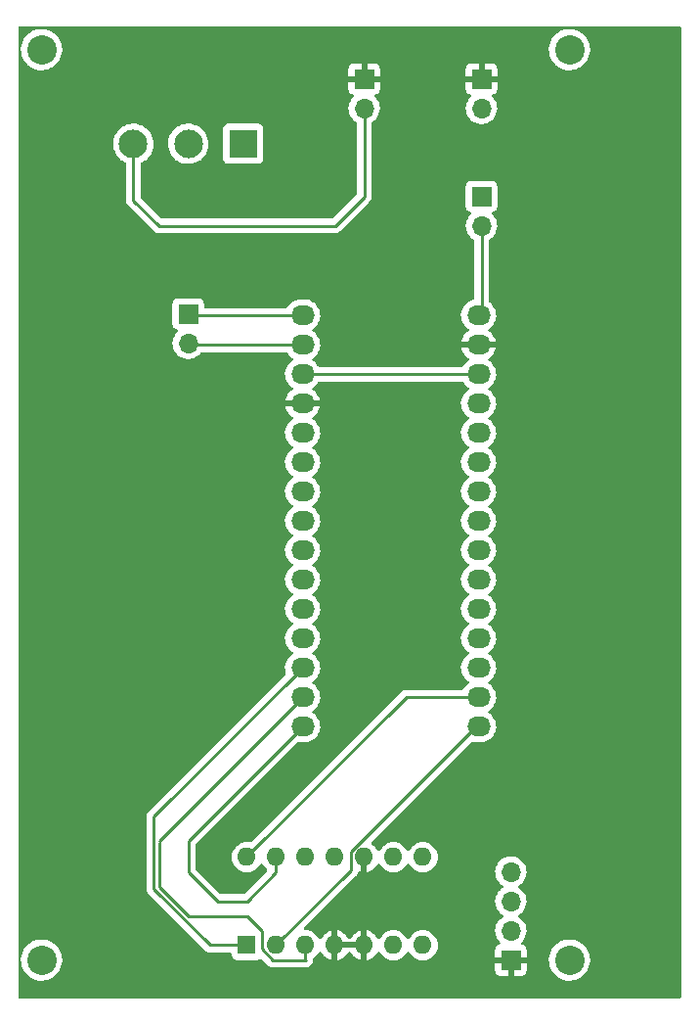
<source format=gbr>
%TF.GenerationSoftware,KiCad,Pcbnew,(6.0.1)*%
%TF.CreationDate,2022-06-06T15:56:05+01:00*%
%TF.ProjectId,psp-bluetooth,7073702d-626c-4756-9574-6f6f74682e6b,rev?*%
%TF.SameCoordinates,Original*%
%TF.FileFunction,Copper,L2,Bot*%
%TF.FilePolarity,Positive*%
%FSLAX46Y46*%
G04 Gerber Fmt 4.6, Leading zero omitted, Abs format (unit mm)*
G04 Created by KiCad (PCBNEW (6.0.1)) date 2022-06-06 15:56:05*
%MOMM*%
%LPD*%
G01*
G04 APERTURE LIST*
%TA.AperFunction,ComponentPad*%
%ADD10O,2.032000X1.727200*%
%TD*%
%TA.AperFunction,ComponentPad*%
%ADD11C,2.540000*%
%TD*%
%TA.AperFunction,ComponentPad*%
%ADD12R,2.475000X2.475000*%
%TD*%
%TA.AperFunction,ComponentPad*%
%ADD13C,2.475000*%
%TD*%
%TA.AperFunction,ComponentPad*%
%ADD14R,1.600000X1.600000*%
%TD*%
%TA.AperFunction,ComponentPad*%
%ADD15O,1.600000X1.600000*%
%TD*%
%TA.AperFunction,ComponentPad*%
%ADD16R,1.700000X1.700000*%
%TD*%
%TA.AperFunction,ComponentPad*%
%ADD17O,1.700000X1.700000*%
%TD*%
%TA.AperFunction,Conductor*%
%ADD18C,0.250000*%
%TD*%
G04 APERTURE END LIST*
D10*
%TO.P,P1,1,Pin_1*%
%TO.N,/1(Tx)*%
X139446000Y-71247000D03*
%TO.P,P1,2,Pin_2*%
%TO.N,/0(Rx)*%
X139446000Y-73787000D03*
%TO.P,P1,3,Pin_3*%
%TO.N,/Reset*%
X139446000Y-76327000D03*
%TO.P,P1,4,Pin_4*%
%TO.N,GND*%
X139446000Y-78867000D03*
%TO.P,P1,5,Pin_5*%
%TO.N,/2*%
X139446000Y-81407000D03*
%TO.P,P1,6,Pin_6*%
%TO.N,/3(\u002A\u002A)*%
X139446000Y-83947000D03*
%TO.P,P1,7,Pin_7*%
%TO.N,/4*%
X139446000Y-86487000D03*
%TO.P,P1,8,Pin_8*%
%TO.N,/5(\u002A\u002A)*%
X139446000Y-89027000D03*
%TO.P,P1,9,Pin_9*%
%TO.N,/6(\u002A\u002A)*%
X139446000Y-91567000D03*
%TO.P,P1,10,Pin_10*%
%TO.N,/7*%
X139446000Y-94107000D03*
%TO.P,P1,11,Pin_11*%
%TO.N,/8*%
X139446000Y-96647000D03*
%TO.P,P1,12,Pin_12*%
%TO.N,/9(\u002A\u002A)*%
X139446000Y-99187000D03*
%TO.P,P1,13,Pin_13*%
%TO.N,/10(\u002A\u002A{slash}SS)*%
X139446000Y-101727000D03*
%TO.P,P1,14,Pin_14*%
%TO.N,/11(\u002A\u002A{slash}MOSI)*%
X139446000Y-104267000D03*
%TO.P,P1,15,Pin_15*%
%TO.N,/12(MISO)*%
X139446000Y-106807000D03*
%TD*%
%TO.P,P2,1,Pin_1*%
%TO.N,VIN*%
X154686000Y-71247000D03*
%TO.P,P2,2,Pin_2*%
%TO.N,GND*%
X154686000Y-73787000D03*
%TO.P,P2,3,Pin_3*%
%TO.N,/Reset*%
X154686000Y-76327000D03*
%TO.P,P2,4,Pin_4*%
%TO.N,+5V*%
X154686000Y-78867000D03*
%TO.P,P2,5,Pin_5*%
%TO.N,/A7 (D21)*%
X154686000Y-81407000D03*
%TO.P,P2,6,Pin_6*%
%TO.N,/A6 (D20)*%
X154686000Y-83947000D03*
%TO.P,P2,7,Pin_7*%
%TO.N,/A5 (D19)*%
X154686000Y-86487000D03*
%TO.P,P2,8,Pin_8*%
%TO.N,/A4 (D18)*%
X154686000Y-89027000D03*
%TO.P,P2,9,Pin_9*%
%TO.N,/A3 (D17)*%
X154686000Y-91567000D03*
%TO.P,P2,10,Pin_10*%
%TO.N,/A2 (D16)*%
X154686000Y-94107000D03*
%TO.P,P2,11,Pin_11*%
%TO.N,/A1 (D15)*%
X154686000Y-96647000D03*
%TO.P,P2,12,Pin_12*%
%TO.N,/A0 (D14)*%
X154686000Y-99187000D03*
%TO.P,P2,13,Pin_13*%
%TO.N,/AREF*%
X154686000Y-101727000D03*
%TO.P,P2,14,Pin_14*%
%TO.N,+3V3*%
X154686000Y-104267000D03*
%TO.P,P2,15,Pin_15*%
%TO.N,/13(SCK)*%
X154686000Y-106807000D03*
%TD*%
D11*
%TO.P,P3,1,Pin_1*%
%TO.N,unconnected-(P3-Pad1)*%
X116840000Y-48260000D03*
%TD*%
%TO.P,P4,1,Pin_1*%
%TO.N,unconnected-(P4-Pad1)*%
X116840000Y-127000000D03*
%TD*%
%TO.P,P5,1,Pin_1*%
%TO.N,unconnected-(P5-Pad1)*%
X162560000Y-127000000D03*
%TD*%
%TO.P,P6,1,Pin_1*%
%TO.N,unconnected-(P6-Pad1)*%
X162560000Y-48260000D03*
%TD*%
D12*
%TO.P,S1,1*%
%TO.N,unconnected-(S1-Pad1)*%
X134290000Y-56402500D03*
D13*
%TO.P,S1,2*%
%TO.N,Net-(J5-Pad2)*%
X129540000Y-56402500D03*
%TO.P,S1,3*%
%TO.N,Net-(J6-Pad2)*%
X124790000Y-56402500D03*
%TD*%
D14*
%TO.P,U1,1,~{CS}*%
%TO.N,/10(\u002A\u002A{slash}SS)*%
X134615000Y-125720000D03*
D15*
%TO.P,U1,2,SCK*%
%TO.N,/13(SCK)*%
X137155000Y-125720000D03*
%TO.P,U1,3,SDI*%
%TO.N,/11(\u002A\u002A{slash}MOSI)*%
X139695000Y-125720000D03*
%TO.P,U1,4,VSS*%
%TO.N,GND*%
X142235000Y-125720000D03*
%TO.P,U1,5,P1B*%
X144775000Y-125720000D03*
%TO.P,U1,6,P1W*%
%TO.N,Net-(J4-Pad2)*%
X147315000Y-125720000D03*
%TO.P,U1,7,P1A*%
%TO.N,Net-(J4-Pad3)*%
X149855000Y-125720000D03*
%TO.P,U1,8,P0A*%
X149855000Y-118100000D03*
%TO.P,U1,9,P0W*%
%TO.N,Net-(J4-Pad4)*%
X147315000Y-118100000D03*
%TO.P,U1,10,P0B*%
%TO.N,GND*%
X144775000Y-118100000D03*
%TO.P,U1,11,~{WP}*%
%TO.N,unconnected-(U1-Pad11)*%
X142235000Y-118100000D03*
%TO.P,U1,12,~{SHDN}*%
%TO.N,unconnected-(U1-Pad12)*%
X139695000Y-118100000D03*
%TO.P,U1,13,SDO*%
%TO.N,/12(MISO)*%
X137155000Y-118100000D03*
%TO.P,U1,14,VDD*%
%TO.N,+3V3*%
X134615000Y-118100000D03*
%TD*%
D16*
%TO.P,J7,1,Pin_1*%
%TO.N,/1(Tx)*%
X129540000Y-71120000D03*
D17*
%TO.P,J7,2,Pin_2*%
%TO.N,/0(Rx)*%
X129540000Y-73660000D03*
%TD*%
D16*
%TO.P,J4,1,Pin_1*%
%TO.N,GND*%
X157480000Y-127000000D03*
D17*
%TO.P,J4,2,Pin_2*%
%TO.N,Net-(J4-Pad2)*%
X157480000Y-124460000D03*
%TO.P,J4,3,Pin_3*%
%TO.N,Net-(J4-Pad3)*%
X157480000Y-121920000D03*
%TO.P,J4,4,Pin_4*%
%TO.N,Net-(J4-Pad4)*%
X157480000Y-119380000D03*
%TD*%
D16*
%TO.P,J5,1,Pin_1*%
%TO.N,GND*%
X154940000Y-50800000D03*
D17*
%TO.P,J5,2,Pin_2*%
%TO.N,Net-(J5-Pad2)*%
X154940000Y-53340000D03*
%TD*%
D16*
%TO.P,J8,1,Pin_1*%
%TO.N,Net-(J5-Pad2)*%
X154940000Y-60960000D03*
D17*
%TO.P,J8,2,Pin_2*%
%TO.N,VIN*%
X154940000Y-63500000D03*
%TD*%
D16*
%TO.P,J6,1,Pin_1*%
%TO.N,GND*%
X144780000Y-50800000D03*
D17*
%TO.P,J6,2,Pin_2*%
%TO.N,Net-(J6-Pad2)*%
X144780000Y-53340000D03*
%TD*%
D18*
%TO.N,/Reset*%
X154686000Y-76327000D02*
X139446000Y-76327000D01*
%TO.N,VIN*%
X154940000Y-63500000D02*
X154940000Y-70993000D01*
X154940000Y-70993000D02*
X154686000Y-71247000D01*
%TO.N,/1(Tx)*%
X129667000Y-71247000D02*
X129540000Y-71120000D01*
X139446000Y-71247000D02*
X129667000Y-71247000D01*
%TO.N,/0(Rx)*%
X129667000Y-73787000D02*
X129540000Y-73660000D01*
X139446000Y-73787000D02*
X129667000Y-73787000D01*
%TO.N,/13(SCK)*%
X143650489Y-117634211D02*
X154477700Y-106807000D01*
X143650489Y-119224511D02*
X143650489Y-117634211D01*
X137155000Y-125720000D02*
X143650489Y-119224511D01*
X154477700Y-106807000D02*
X154686000Y-106807000D01*
%TO.N,+3V3*%
X148448000Y-104267000D02*
X154686000Y-104267000D01*
X134615000Y-118100000D02*
X148448000Y-104267000D01*
%TO.N,/12(MISO)*%
X134620000Y-121920000D02*
X132080000Y-121920000D01*
X129540000Y-116713000D02*
X139446000Y-106807000D01*
X129540000Y-119380000D02*
X129540000Y-116713000D01*
X137155000Y-119385000D02*
X134620000Y-121920000D01*
X132080000Y-121920000D02*
X129540000Y-119380000D01*
X137155000Y-118100000D02*
X137155000Y-119385000D01*
%TO.N,/10(\u002A\u002A{slash}SS)*%
X131434283Y-125720000D02*
X126550480Y-120836197D01*
X126550480Y-114622520D02*
X139446000Y-101727000D01*
X126550480Y-120836197D02*
X126550480Y-114622520D01*
X134615000Y-125720000D02*
X131434283Y-125720000D01*
%TO.N,/11(\u002A\u002A{slash}MOSI)*%
X135890000Y-124460000D02*
X134620000Y-123190000D01*
X129540000Y-123190000D02*
X127000000Y-120650000D01*
X136844700Y-127000000D02*
X135890000Y-126045300D01*
X127000000Y-120650000D02*
X127000000Y-116840000D01*
X139700000Y-127000000D02*
X136844700Y-127000000D01*
X127000000Y-116713000D02*
X139446000Y-104267000D01*
X134620000Y-123190000D02*
X129540000Y-123190000D01*
X139695000Y-126995000D02*
X139700000Y-127000000D01*
X135890000Y-126045300D02*
X135890000Y-124460000D01*
X139695000Y-125720000D02*
X139695000Y-126995000D01*
%TO.N,Net-(J6-Pad2)*%
X142240000Y-63500000D02*
X144780000Y-60960000D01*
X124790000Y-61290000D02*
X127000000Y-63500000D01*
X127000000Y-63500000D02*
X142240000Y-63500000D01*
X124790000Y-56402500D02*
X124790000Y-61290000D01*
X144780000Y-60960000D02*
X144780000Y-53340000D01*
%TD*%
%TA.AperFunction,Conductor*%
%TO.N,GND*%
G36*
X116734733Y-46229292D02*
G01*
X116744153Y-46228000D01*
X162450334Y-46228000D01*
X162454733Y-46229292D01*
X162464153Y-46228000D01*
X172086000Y-46228000D01*
X172154121Y-46248002D01*
X172200614Y-46301658D01*
X172212000Y-46354000D01*
X172212000Y-130176000D01*
X172191998Y-130244121D01*
X172138342Y-130290614D01*
X172086000Y-130302000D01*
X114934000Y-130302000D01*
X114865879Y-130281998D01*
X114819386Y-130228342D01*
X114808000Y-130176000D01*
X114808000Y-127016214D01*
X114822677Y-126966230D01*
X114822427Y-126965739D01*
X115045271Y-126965739D01*
X115054896Y-126980716D01*
X115059855Y-127010169D01*
X115069807Y-127217352D01*
X115082373Y-127280526D01*
X115120341Y-127471402D01*
X115121378Y-127476616D01*
X115122957Y-127481014D01*
X115122959Y-127481021D01*
X115209121Y-127721001D01*
X115210704Y-127725410D01*
X115212921Y-127729536D01*
X115305313Y-127901486D01*
X115335822Y-127958267D01*
X115338617Y-127962011D01*
X115338619Y-127962013D01*
X115444384Y-128103649D01*
X115493985Y-128170073D01*
X115497292Y-128173351D01*
X115497297Y-128173357D01*
X115678402Y-128352887D01*
X115681718Y-128356174D01*
X115894896Y-128512483D01*
X115899031Y-128514659D01*
X115899035Y-128514661D01*
X116022293Y-128579510D01*
X116128836Y-128635565D01*
X116378400Y-128722716D01*
X116382993Y-128723588D01*
X116633515Y-128771151D01*
X116633518Y-128771151D01*
X116638104Y-128772022D01*
X116770173Y-128777211D01*
X116897575Y-128782218D01*
X116897581Y-128782218D01*
X116902243Y-128782401D01*
X117165015Y-128753622D01*
X117169526Y-128752434D01*
X117169528Y-128752434D01*
X117416124Y-128687511D01*
X117416126Y-128687510D01*
X117420647Y-128686320D01*
X117535191Y-128637108D01*
X117659229Y-128583817D01*
X117659231Y-128583816D01*
X117663523Y-128581972D01*
X117888307Y-128442871D01*
X117904788Y-128428919D01*
X118086496Y-128275093D01*
X118086498Y-128275091D01*
X118090063Y-128272073D01*
X118264356Y-128073329D01*
X118338367Y-127958267D01*
X118379274Y-127894669D01*
X156122001Y-127894669D01*
X156122371Y-127901490D01*
X156127895Y-127952352D01*
X156131521Y-127967604D01*
X156176676Y-128088054D01*
X156185214Y-128103649D01*
X156261715Y-128205724D01*
X156274276Y-128218285D01*
X156376351Y-128294786D01*
X156391946Y-128303324D01*
X156512394Y-128348478D01*
X156527649Y-128352105D01*
X156578514Y-128357631D01*
X156585328Y-128358000D01*
X157207885Y-128358000D01*
X157223124Y-128353525D01*
X157224329Y-128352135D01*
X157226000Y-128344452D01*
X157226000Y-128339884D01*
X157734000Y-128339884D01*
X157738475Y-128355123D01*
X157739865Y-128356328D01*
X157747548Y-128357999D01*
X158374669Y-128357999D01*
X158381490Y-128357629D01*
X158432352Y-128352105D01*
X158447604Y-128348479D01*
X158568054Y-128303324D01*
X158583649Y-128294786D01*
X158685724Y-128218285D01*
X158698285Y-128205724D01*
X158774786Y-128103649D01*
X158783324Y-128088054D01*
X158828478Y-127967606D01*
X158832105Y-127952351D01*
X158837631Y-127901486D01*
X158838000Y-127894672D01*
X158838000Y-127272115D01*
X158833525Y-127256876D01*
X158832135Y-127255671D01*
X158824452Y-127254000D01*
X157752115Y-127254000D01*
X157736876Y-127258475D01*
X157735671Y-127259865D01*
X157734000Y-127267548D01*
X157734000Y-128339884D01*
X157226000Y-128339884D01*
X157226000Y-127272115D01*
X157221525Y-127256876D01*
X157220135Y-127255671D01*
X157212452Y-127254000D01*
X156140116Y-127254000D01*
X156124877Y-127258475D01*
X156123672Y-127259865D01*
X156122001Y-127267548D01*
X156122001Y-127894669D01*
X118379274Y-127894669D01*
X118404831Y-127854936D01*
X118407359Y-127851006D01*
X118515930Y-127609988D01*
X118587683Y-127355570D01*
X118606859Y-127204836D01*
X118620645Y-127096471D01*
X118620645Y-127096465D01*
X118621043Y-127093340D01*
X118623487Y-127000000D01*
X118621123Y-126968192D01*
X118604243Y-126741036D01*
X118604242Y-126741032D01*
X118603897Y-126736384D01*
X118545557Y-126478559D01*
X118530028Y-126438626D01*
X118451442Y-126236542D01*
X118451441Y-126236540D01*
X118449749Y-126232189D01*
X118427541Y-126193332D01*
X118377242Y-126105328D01*
X118318578Y-126002687D01*
X118154925Y-125795094D01*
X117962385Y-125613970D01*
X117925212Y-125588182D01*
X117749026Y-125465958D01*
X117749021Y-125465955D01*
X117745188Y-125463296D01*
X117740997Y-125461229D01*
X117512294Y-125348445D01*
X117512291Y-125348444D01*
X117508106Y-125346380D01*
X117485964Y-125339292D01*
X117288449Y-125276067D01*
X117256347Y-125265791D01*
X117113825Y-125242580D01*
X117000053Y-125224051D01*
X117000052Y-125224051D01*
X116995441Y-125223300D01*
X116863281Y-125221570D01*
X116735798Y-125219901D01*
X116735795Y-125219901D01*
X116731121Y-125219840D01*
X116469192Y-125255486D01*
X116464702Y-125256795D01*
X116464696Y-125256796D01*
X116356732Y-125288265D01*
X116215410Y-125329457D01*
X116211163Y-125331415D01*
X116211160Y-125331416D01*
X116153079Y-125358192D01*
X115975348Y-125440127D01*
X115956549Y-125452452D01*
X115758195Y-125582499D01*
X115758190Y-125582503D01*
X115754282Y-125585065D01*
X115557067Y-125761086D01*
X115388036Y-125964324D01*
X115250901Y-126190314D01*
X115249095Y-126194622D01*
X115249094Y-126194623D01*
X115174814Y-126371762D01*
X115148677Y-126434091D01*
X115147526Y-126438623D01*
X115147525Y-126438626D01*
X115136226Y-126483116D01*
X115083608Y-126690301D01*
X115079714Y-126728972D01*
X115059366Y-126931049D01*
X115045271Y-126965739D01*
X114822427Y-126965739D01*
X114810156Y-126941632D01*
X114808000Y-126918425D01*
X114808000Y-114602463D01*
X125912260Y-114602463D01*
X125913006Y-114610355D01*
X125916421Y-114646481D01*
X125916980Y-114658339D01*
X125916980Y-120757430D01*
X125916453Y-120768613D01*
X125914778Y-120776106D01*
X125915027Y-120784032D01*
X125915027Y-120784033D01*
X125916918Y-120844183D01*
X125916980Y-120848142D01*
X125916980Y-120876053D01*
X125917477Y-120879987D01*
X125917477Y-120879988D01*
X125917485Y-120880053D01*
X125918418Y-120891890D01*
X125919807Y-120936086D01*
X125925458Y-120955536D01*
X125929467Y-120974897D01*
X125932006Y-120994994D01*
X125934925Y-121002365D01*
X125934925Y-121002367D01*
X125948284Y-121036109D01*
X125952129Y-121047339D01*
X125957670Y-121066411D01*
X125964462Y-121089790D01*
X125968495Y-121096609D01*
X125968497Y-121096614D01*
X125974773Y-121107225D01*
X125983468Y-121124973D01*
X125990928Y-121143814D01*
X125995590Y-121150230D01*
X125995590Y-121150231D01*
X126016916Y-121179584D01*
X126023432Y-121189504D01*
X126045938Y-121227559D01*
X126060259Y-121241880D01*
X126073099Y-121256913D01*
X126085008Y-121273304D01*
X126097479Y-121283621D01*
X126119085Y-121301495D01*
X126127864Y-121309485D01*
X130930626Y-126112247D01*
X130938170Y-126120537D01*
X130942283Y-126127018D01*
X130948060Y-126132443D01*
X130991950Y-126173658D01*
X130994792Y-126176413D01*
X131014513Y-126196134D01*
X131017708Y-126198612D01*
X131026730Y-126206318D01*
X131058962Y-126236586D01*
X131065911Y-126240406D01*
X131076715Y-126246346D01*
X131093239Y-126257199D01*
X131109242Y-126269613D01*
X131149826Y-126287176D01*
X131160456Y-126292383D01*
X131199223Y-126313695D01*
X131206900Y-126315666D01*
X131206905Y-126315668D01*
X131218841Y-126318732D01*
X131237549Y-126325137D01*
X131256138Y-126333181D01*
X131263963Y-126334420D01*
X131263965Y-126334421D01*
X131299802Y-126340097D01*
X131311423Y-126342504D01*
X131346572Y-126351528D01*
X131354253Y-126353500D01*
X131374514Y-126353500D01*
X131394223Y-126355051D01*
X131414226Y-126358219D01*
X131422118Y-126357473D01*
X131427345Y-126356979D01*
X131458237Y-126354059D01*
X131470094Y-126353500D01*
X133180500Y-126353500D01*
X133248621Y-126373502D01*
X133295114Y-126427158D01*
X133306500Y-126479500D01*
X133306500Y-126568134D01*
X133313255Y-126630316D01*
X133364385Y-126766705D01*
X133451739Y-126883261D01*
X133568295Y-126970615D01*
X133704684Y-127021745D01*
X133766866Y-127028500D01*
X135463134Y-127028500D01*
X135525316Y-127021745D01*
X135661705Y-126970615D01*
X135721596Y-126925729D01*
X135788102Y-126900881D01*
X135857485Y-126915934D01*
X135886256Y-126937460D01*
X136341043Y-127392247D01*
X136348587Y-127400537D01*
X136352700Y-127407018D01*
X136358477Y-127412443D01*
X136402367Y-127453658D01*
X136405209Y-127456413D01*
X136424931Y-127476135D01*
X136428073Y-127478572D01*
X136428133Y-127478619D01*
X136437145Y-127486317D01*
X136462736Y-127510347D01*
X136469379Y-127516586D01*
X136476322Y-127520403D01*
X136487131Y-127526345D01*
X136503653Y-127537198D01*
X136519659Y-127549614D01*
X136526937Y-127552764D01*
X136526938Y-127552764D01*
X136560237Y-127567174D01*
X136570887Y-127572391D01*
X136609640Y-127593695D01*
X136617315Y-127595666D01*
X136617316Y-127595666D01*
X136629262Y-127598733D01*
X136647967Y-127605137D01*
X136666555Y-127613181D01*
X136674378Y-127614420D01*
X136674388Y-127614423D01*
X136710224Y-127620099D01*
X136721844Y-127622505D01*
X136756989Y-127631528D01*
X136764670Y-127633500D01*
X136784924Y-127633500D01*
X136804634Y-127635051D01*
X136824643Y-127638220D01*
X136832535Y-127637474D01*
X136868661Y-127634059D01*
X136880519Y-127633500D01*
X139640224Y-127633500D01*
X139659934Y-127635051D01*
X139679943Y-127638220D01*
X139687835Y-127637474D01*
X139723961Y-127634059D01*
X139735819Y-127633500D01*
X139739856Y-127633500D01*
X139767545Y-127630002D01*
X139771479Y-127629567D01*
X139831402Y-127623903D01*
X139831404Y-127623903D01*
X139839292Y-127623157D01*
X139846512Y-127620558D01*
X139847091Y-127620457D01*
X139850627Y-127619608D01*
X139851187Y-127619436D01*
X139858797Y-127618474D01*
X139922128Y-127593399D01*
X139925822Y-127592004D01*
X139989889Y-127568939D01*
X139996239Y-127564624D01*
X139996779Y-127564380D01*
X139999982Y-127562685D01*
X140000489Y-127562374D01*
X140007617Y-127559552D01*
X140014023Y-127554898D01*
X140014028Y-127554895D01*
X140062727Y-127519513D01*
X140065965Y-127517237D01*
X140066923Y-127516586D01*
X140122271Y-127478972D01*
X140127346Y-127473215D01*
X140127811Y-127472843D01*
X140130492Y-127470402D01*
X140130898Y-127469983D01*
X140137107Y-127465472D01*
X140180514Y-127413003D01*
X140183082Y-127409996D01*
X140185708Y-127407018D01*
X140228120Y-127358910D01*
X140231602Y-127352075D01*
X140231948Y-127351614D01*
X140233951Y-127348565D01*
X140234241Y-127348056D01*
X140239133Y-127342144D01*
X140268135Y-127280512D01*
X140269850Y-127277010D01*
X140300785Y-127216296D01*
X140302460Y-127208805D01*
X140302688Y-127208253D01*
X140303858Y-127204836D01*
X140304015Y-127204264D01*
X140307283Y-127197318D01*
X140320043Y-127130429D01*
X140320845Y-127126554D01*
X140335702Y-127060091D01*
X140335461Y-127052422D01*
X140335544Y-127051840D01*
X140335829Y-127048211D01*
X140335838Y-127047626D01*
X140337275Y-127040094D01*
X140332998Y-126972116D01*
X140332813Y-126968192D01*
X140332752Y-126966230D01*
X140332199Y-126948660D01*
X140331958Y-126940972D01*
X140349812Y-126872257D01*
X140385625Y-126833803D01*
X140534789Y-126729357D01*
X140534792Y-126729355D01*
X140539300Y-126726198D01*
X140701198Y-126564300D01*
X140832523Y-126376749D01*
X140834846Y-126371767D01*
X140834849Y-126371762D01*
X140851081Y-126336951D01*
X140897998Y-126283666D01*
X140966275Y-126264205D01*
X141034235Y-126284747D01*
X141079471Y-126336951D01*
X141095586Y-126371511D01*
X141101069Y-126381007D01*
X141226028Y-126559467D01*
X141233084Y-126567875D01*
X141387125Y-126721916D01*
X141395533Y-126728972D01*
X141573993Y-126853931D01*
X141583489Y-126859414D01*
X141780947Y-126951490D01*
X141791239Y-126955236D01*
X141963503Y-127001394D01*
X141977599Y-127001058D01*
X141981000Y-126993116D01*
X141981000Y-126987967D01*
X142489000Y-126987967D01*
X142492973Y-127001498D01*
X142501522Y-127002727D01*
X142678761Y-126955236D01*
X142689053Y-126951490D01*
X142886511Y-126859414D01*
X142896007Y-126853931D01*
X143074467Y-126728972D01*
X143082875Y-126721916D01*
X143236916Y-126567875D01*
X143243972Y-126559467D01*
X143368931Y-126381007D01*
X143374414Y-126371511D01*
X143390805Y-126336359D01*
X143437722Y-126283074D01*
X143505999Y-126263613D01*
X143573959Y-126284155D01*
X143619195Y-126336359D01*
X143635586Y-126371511D01*
X143641069Y-126381007D01*
X143766028Y-126559467D01*
X143773084Y-126567875D01*
X143927125Y-126721916D01*
X143935533Y-126728972D01*
X144113993Y-126853931D01*
X144123489Y-126859414D01*
X144320947Y-126951490D01*
X144331239Y-126955236D01*
X144503503Y-127001394D01*
X144517599Y-127001058D01*
X144521000Y-126993116D01*
X144521000Y-126987967D01*
X145029000Y-126987967D01*
X145032973Y-127001498D01*
X145041522Y-127002727D01*
X145218761Y-126955236D01*
X145229053Y-126951490D01*
X145426511Y-126859414D01*
X145436007Y-126853931D01*
X145614467Y-126728972D01*
X145622875Y-126721916D01*
X145776916Y-126567875D01*
X145783972Y-126559467D01*
X145908931Y-126381007D01*
X145914414Y-126371511D01*
X145930529Y-126336951D01*
X145977446Y-126283666D01*
X146045723Y-126264205D01*
X146113683Y-126284747D01*
X146158919Y-126336951D01*
X146175151Y-126371762D01*
X146175154Y-126371767D01*
X146177477Y-126376749D01*
X146308802Y-126564300D01*
X146470700Y-126726198D01*
X146475208Y-126729355D01*
X146475211Y-126729357D01*
X146498980Y-126746000D01*
X146658251Y-126857523D01*
X146663233Y-126859846D01*
X146663238Y-126859849D01*
X146853696Y-126948660D01*
X146865757Y-126954284D01*
X146871065Y-126955706D01*
X146871067Y-126955707D01*
X147081598Y-127012119D01*
X147081600Y-127012119D01*
X147086913Y-127013543D01*
X147315000Y-127033498D01*
X147543087Y-127013543D01*
X147548400Y-127012119D01*
X147548402Y-127012119D01*
X147758933Y-126955707D01*
X147758935Y-126955706D01*
X147764243Y-126954284D01*
X147776304Y-126948660D01*
X147966762Y-126859849D01*
X147966767Y-126859846D01*
X147971749Y-126857523D01*
X148131020Y-126746000D01*
X148154789Y-126729357D01*
X148154792Y-126729355D01*
X148159300Y-126726198D01*
X148321198Y-126564300D01*
X148452523Y-126376749D01*
X148454846Y-126371767D01*
X148454849Y-126371762D01*
X148470805Y-126337543D01*
X148517722Y-126284258D01*
X148585999Y-126264797D01*
X148653959Y-126285339D01*
X148699195Y-126337543D01*
X148715151Y-126371762D01*
X148715154Y-126371767D01*
X148717477Y-126376749D01*
X148848802Y-126564300D01*
X149010700Y-126726198D01*
X149015208Y-126729355D01*
X149015211Y-126729357D01*
X149038980Y-126746000D01*
X149198251Y-126857523D01*
X149203233Y-126859846D01*
X149203238Y-126859849D01*
X149393696Y-126948660D01*
X149405757Y-126954284D01*
X149411065Y-126955706D01*
X149411067Y-126955707D01*
X149621598Y-127012119D01*
X149621600Y-127012119D01*
X149626913Y-127013543D01*
X149855000Y-127033498D01*
X150083087Y-127013543D01*
X150088400Y-127012119D01*
X150088402Y-127012119D01*
X150298933Y-126955707D01*
X150298935Y-126955706D01*
X150304243Y-126954284D01*
X150306323Y-126953314D01*
X160777124Y-126953314D01*
X160777348Y-126957980D01*
X160777348Y-126957985D01*
X160781292Y-127040094D01*
X160789807Y-127217352D01*
X160802373Y-127280526D01*
X160840341Y-127471402D01*
X160841378Y-127476616D01*
X160842957Y-127481014D01*
X160842959Y-127481021D01*
X160929121Y-127721001D01*
X160930704Y-127725410D01*
X160932921Y-127729536D01*
X161025313Y-127901486D01*
X161055822Y-127958267D01*
X161058617Y-127962011D01*
X161058619Y-127962013D01*
X161164384Y-128103649D01*
X161213985Y-128170073D01*
X161217292Y-128173351D01*
X161217297Y-128173357D01*
X161398402Y-128352887D01*
X161401718Y-128356174D01*
X161614896Y-128512483D01*
X161619031Y-128514659D01*
X161619035Y-128514661D01*
X161742293Y-128579510D01*
X161848836Y-128635565D01*
X162098400Y-128722716D01*
X162102993Y-128723588D01*
X162353515Y-128771151D01*
X162353518Y-128771151D01*
X162358104Y-128772022D01*
X162490173Y-128777211D01*
X162617575Y-128782218D01*
X162617581Y-128782218D01*
X162622243Y-128782401D01*
X162885015Y-128753622D01*
X162889526Y-128752434D01*
X162889528Y-128752434D01*
X163136124Y-128687511D01*
X163136126Y-128687510D01*
X163140647Y-128686320D01*
X163255191Y-128637108D01*
X163379229Y-128583817D01*
X163379231Y-128583816D01*
X163383523Y-128581972D01*
X163608307Y-128442871D01*
X163624788Y-128428919D01*
X163806496Y-128275093D01*
X163806498Y-128275091D01*
X163810063Y-128272073D01*
X163984356Y-128073329D01*
X164058367Y-127958267D01*
X164124831Y-127854936D01*
X164127359Y-127851006D01*
X164235930Y-127609988D01*
X164307683Y-127355570D01*
X164326859Y-127204836D01*
X164340645Y-127096471D01*
X164340645Y-127096465D01*
X164341043Y-127093340D01*
X164343487Y-127000000D01*
X164341123Y-126968192D01*
X164324243Y-126741036D01*
X164324242Y-126741032D01*
X164323897Y-126736384D01*
X164265557Y-126478559D01*
X164250028Y-126438626D01*
X164171442Y-126236542D01*
X164171441Y-126236540D01*
X164169749Y-126232189D01*
X164147541Y-126193332D01*
X164097242Y-126105328D01*
X164038578Y-126002687D01*
X163874925Y-125795094D01*
X163682385Y-125613970D01*
X163645212Y-125588182D01*
X163469026Y-125465958D01*
X163469021Y-125465955D01*
X163465188Y-125463296D01*
X163460997Y-125461229D01*
X163232294Y-125348445D01*
X163232291Y-125348444D01*
X163228106Y-125346380D01*
X163205964Y-125339292D01*
X163008449Y-125276067D01*
X162976347Y-125265791D01*
X162833825Y-125242580D01*
X162720053Y-125224051D01*
X162720052Y-125224051D01*
X162715441Y-125223300D01*
X162583281Y-125221570D01*
X162455798Y-125219901D01*
X162455795Y-125219901D01*
X162451121Y-125219840D01*
X162189192Y-125255486D01*
X162184702Y-125256795D01*
X162184696Y-125256796D01*
X162076732Y-125288265D01*
X161935410Y-125329457D01*
X161931163Y-125331415D01*
X161931160Y-125331416D01*
X161873079Y-125358192D01*
X161695348Y-125440127D01*
X161676549Y-125452452D01*
X161478195Y-125582499D01*
X161478190Y-125582503D01*
X161474282Y-125585065D01*
X161277067Y-125761086D01*
X161108036Y-125964324D01*
X160970901Y-126190314D01*
X160969095Y-126194622D01*
X160969094Y-126194623D01*
X160894814Y-126371762D01*
X160868677Y-126434091D01*
X160867526Y-126438623D01*
X160867525Y-126438626D01*
X160856226Y-126483116D01*
X160803608Y-126690301D01*
X160777124Y-126953314D01*
X150306323Y-126953314D01*
X150316304Y-126948660D01*
X150506762Y-126859849D01*
X150506767Y-126859846D01*
X150511749Y-126857523D01*
X150671020Y-126746000D01*
X150694789Y-126729357D01*
X150694792Y-126729355D01*
X150699300Y-126726198D01*
X150861198Y-126564300D01*
X150992523Y-126376749D01*
X150994846Y-126371767D01*
X150994849Y-126371762D01*
X151086961Y-126174225D01*
X151086961Y-126174224D01*
X151089284Y-126169243D01*
X151137970Y-125987548D01*
X151147119Y-125953402D01*
X151147119Y-125953400D01*
X151148543Y-125948087D01*
X151168498Y-125720000D01*
X151148543Y-125491913D01*
X151147119Y-125486598D01*
X151090707Y-125276067D01*
X151090706Y-125276065D01*
X151089284Y-125270757D01*
X151067126Y-125223239D01*
X150994849Y-125068238D01*
X150994846Y-125068233D01*
X150992523Y-125063251D01*
X150861198Y-124875700D01*
X150699300Y-124713802D01*
X150694792Y-124710645D01*
X150694789Y-124710643D01*
X150614990Y-124654767D01*
X150511749Y-124582477D01*
X150506767Y-124580154D01*
X150506762Y-124580151D01*
X150309225Y-124488039D01*
X150309224Y-124488039D01*
X150304243Y-124485716D01*
X150298935Y-124484294D01*
X150298933Y-124484293D01*
X150088402Y-124427881D01*
X150088400Y-124427881D01*
X150083975Y-124426695D01*
X156117251Y-124426695D01*
X156117548Y-124431848D01*
X156117548Y-124431851D01*
X156123011Y-124526590D01*
X156130110Y-124649715D01*
X156131247Y-124654761D01*
X156131248Y-124654767D01*
X156144553Y-124713802D01*
X156179222Y-124867639D01*
X156216929Y-124960500D01*
X156259970Y-125066498D01*
X156263266Y-125074616D01*
X156312317Y-125154661D01*
X156374906Y-125256796D01*
X156379987Y-125265088D01*
X156526250Y-125433938D01*
X156530225Y-125437238D01*
X156530231Y-125437244D01*
X156535425Y-125441556D01*
X156575059Y-125500460D01*
X156576555Y-125571441D01*
X156539439Y-125631962D01*
X156499168Y-125656480D01*
X156391946Y-125696676D01*
X156376351Y-125705214D01*
X156274276Y-125781715D01*
X156261715Y-125794276D01*
X156185214Y-125896351D01*
X156176676Y-125911946D01*
X156131522Y-126032394D01*
X156127895Y-126047649D01*
X156122369Y-126098514D01*
X156122000Y-126105328D01*
X156122000Y-126727885D01*
X156126475Y-126743124D01*
X156127865Y-126744329D01*
X156135548Y-126746000D01*
X158819884Y-126746000D01*
X158835123Y-126741525D01*
X158836328Y-126740135D01*
X158837999Y-126732452D01*
X158837999Y-126105331D01*
X158837629Y-126098510D01*
X158832105Y-126047648D01*
X158828479Y-126032396D01*
X158783324Y-125911946D01*
X158774786Y-125896351D01*
X158698285Y-125794276D01*
X158685724Y-125781715D01*
X158583649Y-125705214D01*
X158568054Y-125696676D01*
X158457813Y-125655348D01*
X158401049Y-125612706D01*
X158376349Y-125546145D01*
X158391557Y-125476796D01*
X158413104Y-125448115D01*
X158514430Y-125347144D01*
X158514440Y-125347132D01*
X158518096Y-125343489D01*
X158577594Y-125260689D01*
X158645435Y-125166277D01*
X158648453Y-125162077D01*
X158651292Y-125156334D01*
X158745136Y-124966453D01*
X158745137Y-124966451D01*
X158747430Y-124961811D01*
X158812370Y-124748069D01*
X158841529Y-124526590D01*
X158841688Y-124520091D01*
X158843074Y-124463365D01*
X158843074Y-124463361D01*
X158843156Y-124460000D01*
X158824852Y-124237361D01*
X158770431Y-124020702D01*
X158681354Y-123815840D01*
X158560014Y-123628277D01*
X158409670Y-123463051D01*
X158405619Y-123459852D01*
X158405615Y-123459848D01*
X158238414Y-123327800D01*
X158238410Y-123327798D01*
X158234359Y-123324598D01*
X158193053Y-123301796D01*
X158143084Y-123251364D01*
X158128312Y-123181921D01*
X158153428Y-123115516D01*
X158180780Y-123088909D01*
X158224603Y-123057650D01*
X158359860Y-122961173D01*
X158518096Y-122803489D01*
X158526710Y-122791502D01*
X158645435Y-122626277D01*
X158648453Y-122622077D01*
X158652366Y-122614161D01*
X158745136Y-122426453D01*
X158745137Y-122426451D01*
X158747430Y-122421811D01*
X158812370Y-122208069D01*
X158841529Y-121986590D01*
X158843156Y-121920000D01*
X158824852Y-121697361D01*
X158770431Y-121480702D01*
X158681354Y-121275840D01*
X158572272Y-121107225D01*
X158562822Y-121092617D01*
X158562820Y-121092614D01*
X158560014Y-121088277D01*
X158409670Y-120923051D01*
X158405619Y-120919852D01*
X158405615Y-120919848D01*
X158238414Y-120787800D01*
X158238410Y-120787798D01*
X158234359Y-120784598D01*
X158193053Y-120761796D01*
X158143084Y-120711364D01*
X158128312Y-120641921D01*
X158153428Y-120575516D01*
X158180780Y-120548909D01*
X158224603Y-120517650D01*
X158359860Y-120421173D01*
X158419052Y-120362188D01*
X158514435Y-120267137D01*
X158518096Y-120263489D01*
X158577594Y-120180689D01*
X158645435Y-120086277D01*
X158648453Y-120082077D01*
X158747430Y-119881811D01*
X158794103Y-119728192D01*
X158810865Y-119673023D01*
X158810865Y-119673021D01*
X158812370Y-119668069D01*
X158841529Y-119446590D01*
X158842055Y-119425058D01*
X158843074Y-119383365D01*
X158843074Y-119383361D01*
X158843156Y-119380000D01*
X158824852Y-119157361D01*
X158770431Y-118940702D01*
X158681354Y-118735840D01*
X158560014Y-118548277D01*
X158409670Y-118383051D01*
X158405619Y-118379852D01*
X158405615Y-118379848D01*
X158238414Y-118247800D01*
X158238410Y-118247798D01*
X158234359Y-118244598D01*
X158038789Y-118136638D01*
X158033920Y-118134914D01*
X158033916Y-118134912D01*
X157833087Y-118063795D01*
X157833083Y-118063794D01*
X157828212Y-118062069D01*
X157823119Y-118061162D01*
X157823116Y-118061161D01*
X157613373Y-118023800D01*
X157613367Y-118023799D01*
X157608284Y-118022894D01*
X157534452Y-118021992D01*
X157390081Y-118020228D01*
X157390079Y-118020228D01*
X157384911Y-118020165D01*
X157164091Y-118053955D01*
X156951756Y-118123357D01*
X156753607Y-118226507D01*
X156749474Y-118229610D01*
X156749471Y-118229612D01*
X156611236Y-118333402D01*
X156574965Y-118360635D01*
X156420629Y-118522138D01*
X156294743Y-118706680D01*
X156200688Y-118909305D01*
X156140989Y-119124570D01*
X156117251Y-119346695D01*
X156117548Y-119351848D01*
X156117548Y-119351851D01*
X156127214Y-119519481D01*
X156130110Y-119569715D01*
X156131247Y-119574761D01*
X156131248Y-119574767D01*
X156146209Y-119641152D01*
X156179222Y-119787639D01*
X156263266Y-119994616D01*
X156379987Y-120185088D01*
X156526250Y-120353938D01*
X156698126Y-120496632D01*
X156768595Y-120537811D01*
X156771445Y-120539476D01*
X156820169Y-120591114D01*
X156833240Y-120660897D01*
X156806509Y-120726669D01*
X156766055Y-120760027D01*
X156753607Y-120766507D01*
X156749474Y-120769610D01*
X156749471Y-120769612D01*
X156594514Y-120885957D01*
X156574965Y-120900635D01*
X156571393Y-120904373D01*
X156477748Y-121002367D01*
X156420629Y-121062138D01*
X156417715Y-121066410D01*
X156417714Y-121066411D01*
X156377758Y-121124984D01*
X156294743Y-121246680D01*
X156200688Y-121449305D01*
X156140989Y-121664570D01*
X156117251Y-121886695D01*
X156117548Y-121891848D01*
X156117548Y-121891851D01*
X156123011Y-121986590D01*
X156130110Y-122109715D01*
X156131247Y-122114761D01*
X156131248Y-122114767D01*
X156151119Y-122202939D01*
X156179222Y-122327639D01*
X156227137Y-122445640D01*
X156260964Y-122528946D01*
X156263266Y-122534616D01*
X156301069Y-122596305D01*
X156373110Y-122713865D01*
X156379987Y-122725088D01*
X156526250Y-122893938D01*
X156698126Y-123036632D01*
X156768595Y-123077811D01*
X156771445Y-123079476D01*
X156820169Y-123131114D01*
X156833240Y-123200897D01*
X156806509Y-123266669D01*
X156766055Y-123300027D01*
X156753607Y-123306507D01*
X156749474Y-123309610D01*
X156749471Y-123309612D01*
X156725247Y-123327800D01*
X156574965Y-123440635D01*
X156420629Y-123602138D01*
X156294743Y-123786680D01*
X156279003Y-123820590D01*
X156206733Y-123976283D01*
X156200688Y-123989305D01*
X156140989Y-124204570D01*
X156117251Y-124426695D01*
X150083975Y-124426695D01*
X150083087Y-124426457D01*
X149855000Y-124406502D01*
X149626913Y-124426457D01*
X149621600Y-124427881D01*
X149621598Y-124427881D01*
X149411067Y-124484293D01*
X149411065Y-124484294D01*
X149405757Y-124485716D01*
X149400776Y-124488039D01*
X149400775Y-124488039D01*
X149203238Y-124580151D01*
X149203233Y-124580154D01*
X149198251Y-124582477D01*
X149095010Y-124654767D01*
X149015211Y-124710643D01*
X149015208Y-124710645D01*
X149010700Y-124713802D01*
X148848802Y-124875700D01*
X148717477Y-125063251D01*
X148715154Y-125068233D01*
X148715151Y-125068238D01*
X148699195Y-125102457D01*
X148652278Y-125155742D01*
X148584001Y-125175203D01*
X148516041Y-125154661D01*
X148470805Y-125102457D01*
X148454849Y-125068238D01*
X148454846Y-125068233D01*
X148452523Y-125063251D01*
X148321198Y-124875700D01*
X148159300Y-124713802D01*
X148154792Y-124710645D01*
X148154789Y-124710643D01*
X148074990Y-124654767D01*
X147971749Y-124582477D01*
X147966767Y-124580154D01*
X147966762Y-124580151D01*
X147769225Y-124488039D01*
X147769224Y-124488039D01*
X147764243Y-124485716D01*
X147758935Y-124484294D01*
X147758933Y-124484293D01*
X147548402Y-124427881D01*
X147548400Y-124427881D01*
X147543087Y-124426457D01*
X147315000Y-124406502D01*
X147086913Y-124426457D01*
X147081600Y-124427881D01*
X147081598Y-124427881D01*
X146871067Y-124484293D01*
X146871065Y-124484294D01*
X146865757Y-124485716D01*
X146860776Y-124488039D01*
X146860775Y-124488039D01*
X146663238Y-124580151D01*
X146663233Y-124580154D01*
X146658251Y-124582477D01*
X146555010Y-124654767D01*
X146475211Y-124710643D01*
X146475208Y-124710645D01*
X146470700Y-124713802D01*
X146308802Y-124875700D01*
X146177477Y-125063251D01*
X146175154Y-125068233D01*
X146175151Y-125068238D01*
X146158919Y-125103049D01*
X146112002Y-125156334D01*
X146043725Y-125175795D01*
X145975765Y-125155253D01*
X145930529Y-125103049D01*
X145914414Y-125068489D01*
X145908931Y-125058993D01*
X145783972Y-124880533D01*
X145776916Y-124872125D01*
X145622875Y-124718084D01*
X145614467Y-124711028D01*
X145436007Y-124586069D01*
X145426511Y-124580586D01*
X145229053Y-124488510D01*
X145218761Y-124484764D01*
X145046497Y-124438606D01*
X145032401Y-124438942D01*
X145029000Y-124446884D01*
X145029000Y-126987967D01*
X144521000Y-126987967D01*
X144521000Y-125992115D01*
X144516525Y-125976876D01*
X144515135Y-125975671D01*
X144507452Y-125974000D01*
X142507115Y-125974000D01*
X142491876Y-125978475D01*
X142490671Y-125979865D01*
X142489000Y-125987548D01*
X142489000Y-126987967D01*
X141981000Y-126987967D01*
X141981000Y-125447885D01*
X142489000Y-125447885D01*
X142493475Y-125463124D01*
X142494865Y-125464329D01*
X142502548Y-125466000D01*
X144502885Y-125466000D01*
X144518124Y-125461525D01*
X144519329Y-125460135D01*
X144521000Y-125452452D01*
X144521000Y-124452033D01*
X144517027Y-124438502D01*
X144508478Y-124437273D01*
X144331239Y-124484764D01*
X144320947Y-124488510D01*
X144123489Y-124580586D01*
X144113993Y-124586069D01*
X143935533Y-124711028D01*
X143927125Y-124718084D01*
X143773084Y-124872125D01*
X143766028Y-124880533D01*
X143641069Y-125058993D01*
X143635586Y-125068489D01*
X143619195Y-125103641D01*
X143572278Y-125156926D01*
X143504001Y-125176387D01*
X143436041Y-125155845D01*
X143390805Y-125103641D01*
X143374414Y-125068489D01*
X143368931Y-125058993D01*
X143243972Y-124880533D01*
X143236916Y-124872125D01*
X143082875Y-124718084D01*
X143074467Y-124711028D01*
X142896007Y-124586069D01*
X142886511Y-124580586D01*
X142689053Y-124488510D01*
X142678761Y-124484764D01*
X142506497Y-124438606D01*
X142492401Y-124438942D01*
X142489000Y-124446884D01*
X142489000Y-125447885D01*
X141981000Y-125447885D01*
X141981000Y-124452033D01*
X141977027Y-124438502D01*
X141968478Y-124437273D01*
X141791239Y-124484764D01*
X141780947Y-124488510D01*
X141583489Y-124580586D01*
X141573993Y-124586069D01*
X141395533Y-124711028D01*
X141387125Y-124718084D01*
X141233084Y-124872125D01*
X141226028Y-124880533D01*
X141101069Y-125058993D01*
X141095586Y-125068489D01*
X141079471Y-125103049D01*
X141032554Y-125156334D01*
X140964277Y-125175795D01*
X140896317Y-125155253D01*
X140851081Y-125103049D01*
X140834849Y-125068238D01*
X140834846Y-125068233D01*
X140832523Y-125063251D01*
X140701198Y-124875700D01*
X140539300Y-124713802D01*
X140534792Y-124710645D01*
X140534789Y-124710643D01*
X140454990Y-124654767D01*
X140351749Y-124582477D01*
X140346767Y-124580154D01*
X140346762Y-124580151D01*
X140149225Y-124488039D01*
X140149224Y-124488039D01*
X140144243Y-124485716D01*
X140138935Y-124484294D01*
X140138933Y-124484293D01*
X139928402Y-124427881D01*
X139928400Y-124427881D01*
X139923087Y-124426457D01*
X139695000Y-124406502D01*
X139689525Y-124406981D01*
X139689514Y-124406981D01*
X139677570Y-124408026D01*
X139607965Y-124394038D01*
X139556973Y-124344639D01*
X139540782Y-124275513D01*
X139564534Y-124208607D01*
X139577493Y-124193411D01*
X144042736Y-119728168D01*
X144051026Y-119720624D01*
X144057507Y-119716511D01*
X144104148Y-119666843D01*
X144106902Y-119664002D01*
X144126624Y-119644280D01*
X144129101Y-119641087D01*
X144136806Y-119632066D01*
X144167075Y-119599832D01*
X144170896Y-119592882D01*
X144176835Y-119582079D01*
X144187691Y-119565552D01*
X144195246Y-119555813D01*
X144195247Y-119555811D01*
X144200103Y-119549551D01*
X144217663Y-119508971D01*
X144222880Y-119498323D01*
X144240364Y-119466520D01*
X144240365Y-119466518D01*
X144244184Y-119459571D01*
X144247992Y-119444738D01*
X144284308Y-119383733D01*
X144347841Y-119352046D01*
X144402644Y-119354369D01*
X144503503Y-119381394D01*
X144517599Y-119381058D01*
X144521000Y-119373116D01*
X144521000Y-117972000D01*
X144541002Y-117903879D01*
X144594658Y-117857386D01*
X144647000Y-117846000D01*
X144903000Y-117846000D01*
X144971121Y-117866002D01*
X145017614Y-117919658D01*
X145029000Y-117972000D01*
X145029000Y-119367967D01*
X145032973Y-119381498D01*
X145041522Y-119382727D01*
X145218761Y-119335236D01*
X145229053Y-119331490D01*
X145426511Y-119239414D01*
X145436007Y-119233931D01*
X145614467Y-119108972D01*
X145622875Y-119101916D01*
X145776916Y-118947875D01*
X145783972Y-118939467D01*
X145908931Y-118761007D01*
X145914414Y-118751511D01*
X145930529Y-118716951D01*
X145977446Y-118663666D01*
X146045723Y-118644205D01*
X146113683Y-118664747D01*
X146158919Y-118716951D01*
X146175151Y-118751762D01*
X146175154Y-118751767D01*
X146177477Y-118756749D01*
X146180634Y-118761257D01*
X146287794Y-118914297D01*
X146308802Y-118944300D01*
X146470700Y-119106198D01*
X146475208Y-119109355D01*
X146475211Y-119109357D01*
X146504274Y-119129707D01*
X146658251Y-119237523D01*
X146663233Y-119239846D01*
X146663238Y-119239849D01*
X146851929Y-119327836D01*
X146865757Y-119334284D01*
X146871065Y-119335706D01*
X146871067Y-119335707D01*
X147081598Y-119392119D01*
X147081600Y-119392119D01*
X147086913Y-119393543D01*
X147315000Y-119413498D01*
X147543087Y-119393543D01*
X147548400Y-119392119D01*
X147548402Y-119392119D01*
X147758933Y-119335707D01*
X147758935Y-119335706D01*
X147764243Y-119334284D01*
X147778071Y-119327836D01*
X147966762Y-119239849D01*
X147966767Y-119239846D01*
X147971749Y-119237523D01*
X148125726Y-119129707D01*
X148154789Y-119109357D01*
X148154792Y-119109355D01*
X148159300Y-119106198D01*
X148321198Y-118944300D01*
X148342207Y-118914297D01*
X148449366Y-118761257D01*
X148452523Y-118756749D01*
X148454846Y-118751767D01*
X148454849Y-118751762D01*
X148470805Y-118717543D01*
X148517722Y-118664258D01*
X148585999Y-118644797D01*
X148653959Y-118665339D01*
X148699195Y-118717543D01*
X148715151Y-118751762D01*
X148715154Y-118751767D01*
X148717477Y-118756749D01*
X148720634Y-118761257D01*
X148827794Y-118914297D01*
X148848802Y-118944300D01*
X149010700Y-119106198D01*
X149015208Y-119109355D01*
X149015211Y-119109357D01*
X149044274Y-119129707D01*
X149198251Y-119237523D01*
X149203233Y-119239846D01*
X149203238Y-119239849D01*
X149391929Y-119327836D01*
X149405757Y-119334284D01*
X149411065Y-119335706D01*
X149411067Y-119335707D01*
X149621598Y-119392119D01*
X149621600Y-119392119D01*
X149626913Y-119393543D01*
X149855000Y-119413498D01*
X150083087Y-119393543D01*
X150088400Y-119392119D01*
X150088402Y-119392119D01*
X150298933Y-119335707D01*
X150298935Y-119335706D01*
X150304243Y-119334284D01*
X150318071Y-119327836D01*
X150506762Y-119239849D01*
X150506767Y-119239846D01*
X150511749Y-119237523D01*
X150665726Y-119129707D01*
X150694789Y-119109357D01*
X150694792Y-119109355D01*
X150699300Y-119106198D01*
X150861198Y-118944300D01*
X150882207Y-118914297D01*
X150989366Y-118761257D01*
X150992523Y-118756749D01*
X150994846Y-118751767D01*
X150994849Y-118751762D01*
X151086961Y-118554225D01*
X151086961Y-118554224D01*
X151089284Y-118549243D01*
X151148543Y-118328087D01*
X151168498Y-118100000D01*
X151148543Y-117871913D01*
X151146959Y-117866002D01*
X151090707Y-117656067D01*
X151090706Y-117656065D01*
X151089284Y-117650757D01*
X150994966Y-117448489D01*
X150994849Y-117448238D01*
X150994846Y-117448233D01*
X150992523Y-117443251D01*
X150861198Y-117255700D01*
X150699300Y-117093802D01*
X150694792Y-117090645D01*
X150694789Y-117090643D01*
X150604745Y-117027594D01*
X150511749Y-116962477D01*
X150506767Y-116960154D01*
X150506762Y-116960151D01*
X150309225Y-116868039D01*
X150309224Y-116868039D01*
X150304243Y-116865716D01*
X150298935Y-116864294D01*
X150298933Y-116864293D01*
X150088402Y-116807881D01*
X150088400Y-116807881D01*
X150083087Y-116806457D01*
X149855000Y-116786502D01*
X149626913Y-116806457D01*
X149621600Y-116807881D01*
X149621598Y-116807881D01*
X149411067Y-116864293D01*
X149411065Y-116864294D01*
X149405757Y-116865716D01*
X149400776Y-116868039D01*
X149400775Y-116868039D01*
X149203238Y-116960151D01*
X149203233Y-116960154D01*
X149198251Y-116962477D01*
X149105255Y-117027594D01*
X149015211Y-117090643D01*
X149015208Y-117090645D01*
X149010700Y-117093802D01*
X148848802Y-117255700D01*
X148717477Y-117443251D01*
X148715154Y-117448233D01*
X148715151Y-117448238D01*
X148699195Y-117482457D01*
X148652278Y-117535742D01*
X148584001Y-117555203D01*
X148516041Y-117534661D01*
X148470805Y-117482457D01*
X148454849Y-117448238D01*
X148454846Y-117448233D01*
X148452523Y-117443251D01*
X148321198Y-117255700D01*
X148159300Y-117093802D01*
X148154792Y-117090645D01*
X148154789Y-117090643D01*
X148064745Y-117027594D01*
X147971749Y-116962477D01*
X147966767Y-116960154D01*
X147966762Y-116960151D01*
X147769225Y-116868039D01*
X147769224Y-116868039D01*
X147764243Y-116865716D01*
X147758935Y-116864294D01*
X147758933Y-116864293D01*
X147548402Y-116807881D01*
X147548400Y-116807881D01*
X147543087Y-116806457D01*
X147315000Y-116786502D01*
X147086913Y-116806457D01*
X147081600Y-116807881D01*
X147081598Y-116807881D01*
X146871067Y-116864293D01*
X146871065Y-116864294D01*
X146865757Y-116865716D01*
X146860776Y-116868039D01*
X146860775Y-116868039D01*
X146663238Y-116960151D01*
X146663233Y-116960154D01*
X146658251Y-116962477D01*
X146565255Y-117027594D01*
X146475211Y-117090643D01*
X146475208Y-117090645D01*
X146470700Y-117093802D01*
X146308802Y-117255700D01*
X146177477Y-117443251D01*
X146175154Y-117448233D01*
X146175151Y-117448238D01*
X146158919Y-117483049D01*
X146112002Y-117536334D01*
X146043725Y-117555795D01*
X145975765Y-117535253D01*
X145930529Y-117483049D01*
X145914414Y-117448489D01*
X145908931Y-117438993D01*
X145783972Y-117260533D01*
X145776916Y-117252125D01*
X145622875Y-117098084D01*
X145614467Y-117091028D01*
X145431498Y-116962912D01*
X145432474Y-116961518D01*
X145388808Y-116915716D01*
X145375377Y-116846001D01*
X145401769Y-116780092D01*
X145411711Y-116768893D01*
X154022212Y-108158392D01*
X154084524Y-108124366D01*
X154154301Y-108129049D01*
X154169857Y-108134696D01*
X154169860Y-108134697D01*
X154174869Y-108136515D01*
X154404007Y-108177950D01*
X154408146Y-108178145D01*
X154408153Y-108178146D01*
X154426905Y-108179030D01*
X154426914Y-108179030D01*
X154428394Y-108179100D01*
X154896868Y-108179100D01*
X154964375Y-108173372D01*
X155065109Y-108164825D01*
X155065113Y-108164824D01*
X155070420Y-108164374D01*
X155075577Y-108163036D01*
X155075580Y-108163035D01*
X155290637Y-108107217D01*
X155290641Y-108107216D01*
X155295806Y-108105875D01*
X155300672Y-108103683D01*
X155300675Y-108103682D01*
X155503240Y-108012433D01*
X155508113Y-108010238D01*
X155701272Y-107880196D01*
X155869758Y-107719468D01*
X156008754Y-107532650D01*
X156114286Y-107325084D01*
X156159608Y-107179125D01*
X156181753Y-107107807D01*
X156181754Y-107107801D01*
X156183337Y-107102704D01*
X156200993Y-106969491D01*
X156213232Y-106877152D01*
X156213232Y-106877148D01*
X156213932Y-106871868D01*
X156205197Y-106639178D01*
X156157380Y-106411287D01*
X156071850Y-106194710D01*
X155951051Y-105995641D01*
X155798439Y-105819770D01*
X155794313Y-105816387D01*
X155794309Y-105816383D01*
X155622504Y-105675513D01*
X155618376Y-105672128D01*
X155613740Y-105669489D01*
X155613737Y-105669487D01*
X155572748Y-105646155D01*
X155523442Y-105595073D01*
X155509580Y-105525442D01*
X155535563Y-105459371D01*
X155564713Y-105432133D01*
X155616842Y-105397037D01*
X155701272Y-105340196D01*
X155869758Y-105179468D01*
X156008754Y-104992650D01*
X156114286Y-104785084D01*
X156153906Y-104657486D01*
X156181753Y-104567807D01*
X156181754Y-104567801D01*
X156183337Y-104562704D01*
X156200910Y-104430119D01*
X156213232Y-104337152D01*
X156213232Y-104337148D01*
X156213932Y-104331868D01*
X156205197Y-104099178D01*
X156157380Y-103871287D01*
X156071850Y-103654710D01*
X155951051Y-103455641D01*
X155798439Y-103279770D01*
X155794313Y-103276387D01*
X155794309Y-103276383D01*
X155622504Y-103135513D01*
X155618376Y-103132128D01*
X155613740Y-103129489D01*
X155613737Y-103129487D01*
X155572748Y-103106155D01*
X155523442Y-103055073D01*
X155509580Y-102985442D01*
X155535563Y-102919371D01*
X155564713Y-102892133D01*
X155616842Y-102857037D01*
X155701272Y-102800196D01*
X155869758Y-102639468D01*
X156008754Y-102452650D01*
X156114286Y-102245084D01*
X156153906Y-102117486D01*
X156181753Y-102027807D01*
X156181754Y-102027801D01*
X156183337Y-102022704D01*
X156213932Y-101791868D01*
X156205197Y-101559178D01*
X156157380Y-101331287D01*
X156071850Y-101114710D01*
X155951051Y-100915641D01*
X155798439Y-100739770D01*
X155794313Y-100736387D01*
X155794309Y-100736383D01*
X155622504Y-100595513D01*
X155618376Y-100592128D01*
X155613740Y-100589489D01*
X155613737Y-100589487D01*
X155572748Y-100566155D01*
X155523442Y-100515073D01*
X155509580Y-100445442D01*
X155535563Y-100379371D01*
X155564713Y-100352133D01*
X155616842Y-100317037D01*
X155701272Y-100260196D01*
X155869758Y-100099468D01*
X156008754Y-99912650D01*
X156114286Y-99705084D01*
X156153906Y-99577486D01*
X156181753Y-99487807D01*
X156181754Y-99487801D01*
X156183337Y-99482704D01*
X156213932Y-99251868D01*
X156205197Y-99019178D01*
X156157380Y-98791287D01*
X156071850Y-98574710D01*
X155951051Y-98375641D01*
X155798439Y-98199770D01*
X155794313Y-98196387D01*
X155794309Y-98196383D01*
X155622504Y-98055513D01*
X155618376Y-98052128D01*
X155613740Y-98049489D01*
X155613737Y-98049487D01*
X155572748Y-98026155D01*
X155523442Y-97975073D01*
X155509580Y-97905442D01*
X155535563Y-97839371D01*
X155564713Y-97812133D01*
X155616842Y-97777037D01*
X155701272Y-97720196D01*
X155869758Y-97559468D01*
X156008754Y-97372650D01*
X156114286Y-97165084D01*
X156153906Y-97037486D01*
X156181753Y-96947807D01*
X156181754Y-96947801D01*
X156183337Y-96942704D01*
X156213932Y-96711868D01*
X156205197Y-96479178D01*
X156157380Y-96251287D01*
X156071850Y-96034710D01*
X155951051Y-95835641D01*
X155798439Y-95659770D01*
X155794313Y-95656387D01*
X155794309Y-95656383D01*
X155622504Y-95515513D01*
X155618376Y-95512128D01*
X155613740Y-95509489D01*
X155613737Y-95509487D01*
X155572748Y-95486155D01*
X155523442Y-95435073D01*
X155509580Y-95365442D01*
X155535563Y-95299371D01*
X155564713Y-95272133D01*
X155616842Y-95237037D01*
X155701272Y-95180196D01*
X155869758Y-95019468D01*
X156008754Y-94832650D01*
X156114286Y-94625084D01*
X156153906Y-94497486D01*
X156181753Y-94407807D01*
X156181754Y-94407801D01*
X156183337Y-94402704D01*
X156213932Y-94171868D01*
X156205197Y-93939178D01*
X156157380Y-93711287D01*
X156071850Y-93494710D01*
X155951051Y-93295641D01*
X155798439Y-93119770D01*
X155794313Y-93116387D01*
X155794309Y-93116383D01*
X155622504Y-92975513D01*
X155618376Y-92972128D01*
X155613740Y-92969489D01*
X155613737Y-92969487D01*
X155572748Y-92946155D01*
X155523442Y-92895073D01*
X155509580Y-92825442D01*
X155535563Y-92759371D01*
X155564713Y-92732133D01*
X155616842Y-92697037D01*
X155701272Y-92640196D01*
X155869758Y-92479468D01*
X156008754Y-92292650D01*
X156114286Y-92085084D01*
X156153906Y-91957486D01*
X156181753Y-91867807D01*
X156181754Y-91867801D01*
X156183337Y-91862704D01*
X156213932Y-91631868D01*
X156205197Y-91399178D01*
X156157380Y-91171287D01*
X156071850Y-90954710D01*
X155951051Y-90755641D01*
X155798439Y-90579770D01*
X155794313Y-90576387D01*
X155794309Y-90576383D01*
X155622504Y-90435513D01*
X155618376Y-90432128D01*
X155613740Y-90429489D01*
X155613737Y-90429487D01*
X155572748Y-90406155D01*
X155523442Y-90355073D01*
X155509580Y-90285442D01*
X155535563Y-90219371D01*
X155564713Y-90192133D01*
X155616842Y-90157037D01*
X155701272Y-90100196D01*
X155869758Y-89939468D01*
X156008754Y-89752650D01*
X156114286Y-89545084D01*
X156153906Y-89417486D01*
X156181753Y-89327807D01*
X156181754Y-89327801D01*
X156183337Y-89322704D01*
X156213932Y-89091868D01*
X156205197Y-88859178D01*
X156157380Y-88631287D01*
X156071850Y-88414710D01*
X155951051Y-88215641D01*
X155798439Y-88039770D01*
X155794313Y-88036387D01*
X155794309Y-88036383D01*
X155622504Y-87895513D01*
X155618376Y-87892128D01*
X155613740Y-87889489D01*
X155613737Y-87889487D01*
X155572748Y-87866155D01*
X155523442Y-87815073D01*
X155509580Y-87745442D01*
X155535563Y-87679371D01*
X155564713Y-87652133D01*
X155616842Y-87617037D01*
X155701272Y-87560196D01*
X155869758Y-87399468D01*
X156008754Y-87212650D01*
X156114286Y-87005084D01*
X156153906Y-86877486D01*
X156181753Y-86787807D01*
X156181754Y-86787801D01*
X156183337Y-86782704D01*
X156213932Y-86551868D01*
X156205197Y-86319178D01*
X156157380Y-86091287D01*
X156071850Y-85874710D01*
X155951051Y-85675641D01*
X155798439Y-85499770D01*
X155794313Y-85496387D01*
X155794309Y-85496383D01*
X155622504Y-85355513D01*
X155618376Y-85352128D01*
X155613740Y-85349489D01*
X155613737Y-85349487D01*
X155572748Y-85326155D01*
X155523442Y-85275073D01*
X155509580Y-85205442D01*
X155535563Y-85139371D01*
X155564713Y-85112133D01*
X155616842Y-85077037D01*
X155701272Y-85020196D01*
X155869758Y-84859468D01*
X156008754Y-84672650D01*
X156114286Y-84465084D01*
X156153906Y-84337486D01*
X156181753Y-84247807D01*
X156181754Y-84247801D01*
X156183337Y-84242704D01*
X156213932Y-84011868D01*
X156205197Y-83779178D01*
X156157380Y-83551287D01*
X156071850Y-83334710D01*
X155951051Y-83135641D01*
X155798439Y-82959770D01*
X155794313Y-82956387D01*
X155794309Y-82956383D01*
X155622504Y-82815513D01*
X155618376Y-82812128D01*
X155613740Y-82809489D01*
X155613737Y-82809487D01*
X155572748Y-82786155D01*
X155523442Y-82735073D01*
X155509580Y-82665442D01*
X155535563Y-82599371D01*
X155564713Y-82572133D01*
X155616842Y-82537037D01*
X155701272Y-82480196D01*
X155869758Y-82319468D01*
X156008754Y-82132650D01*
X156114286Y-81925084D01*
X156153906Y-81797486D01*
X156181753Y-81707807D01*
X156181754Y-81707801D01*
X156183337Y-81702704D01*
X156213932Y-81471868D01*
X156205197Y-81239178D01*
X156157380Y-81011287D01*
X156071850Y-80794710D01*
X155951051Y-80595641D01*
X155798439Y-80419770D01*
X155794313Y-80416387D01*
X155794309Y-80416383D01*
X155622504Y-80275513D01*
X155618376Y-80272128D01*
X155613740Y-80269489D01*
X155613737Y-80269487D01*
X155572748Y-80246155D01*
X155523442Y-80195073D01*
X155509580Y-80125442D01*
X155535563Y-80059371D01*
X155564713Y-80032133D01*
X155616842Y-79997037D01*
X155701272Y-79940196D01*
X155869758Y-79779468D01*
X156008754Y-79592650D01*
X156114286Y-79385084D01*
X156153951Y-79257343D01*
X156181753Y-79167807D01*
X156181754Y-79167801D01*
X156183337Y-79162704D01*
X156213932Y-78931868D01*
X156205197Y-78699178D01*
X156157380Y-78471287D01*
X156071850Y-78254710D01*
X155951051Y-78055641D01*
X155798439Y-77879770D01*
X155794313Y-77876387D01*
X155794309Y-77876383D01*
X155622504Y-77735513D01*
X155618376Y-77732128D01*
X155613740Y-77729489D01*
X155613737Y-77729487D01*
X155572748Y-77706155D01*
X155523442Y-77655073D01*
X155509580Y-77585442D01*
X155535563Y-77519371D01*
X155564713Y-77492133D01*
X155616842Y-77457037D01*
X155701272Y-77400196D01*
X155869758Y-77239468D01*
X156008754Y-77052650D01*
X156114286Y-76845084D01*
X156153906Y-76717486D01*
X156181753Y-76627807D01*
X156181754Y-76627801D01*
X156183337Y-76622704D01*
X156213932Y-76391868D01*
X156205197Y-76159178D01*
X156157380Y-75931287D01*
X156071850Y-75714710D01*
X155951051Y-75515641D01*
X155798439Y-75339770D01*
X155794313Y-75336387D01*
X155794309Y-75336383D01*
X155622504Y-75195513D01*
X155618376Y-75192128D01*
X155572261Y-75165878D01*
X155522956Y-75114798D01*
X155509094Y-75045168D01*
X155535077Y-74979096D01*
X155564227Y-74951857D01*
X155696530Y-74862785D01*
X155704816Y-74856124D01*
X155865520Y-74702820D01*
X155872569Y-74694852D01*
X156005144Y-74516664D01*
X156010743Y-74507634D01*
X156111402Y-74309653D01*
X156115405Y-74299792D01*
X156181263Y-74087699D01*
X156183548Y-74077304D01*
X156185980Y-74058959D01*
X156183783Y-74044792D01*
X156170599Y-74041000D01*
X153203512Y-74041000D01*
X153189981Y-74044973D01*
X153188456Y-74055580D01*
X153214004Y-74177343D01*
X153217064Y-74187539D01*
X153298637Y-74394097D01*
X153303371Y-74403634D01*
X153418586Y-74593503D01*
X153424850Y-74602093D01*
X153570411Y-74769837D01*
X153578041Y-74777257D01*
X153749780Y-74918073D01*
X153758551Y-74924102D01*
X153799715Y-74947533D01*
X153849022Y-74998615D01*
X153862884Y-75068245D01*
X153836901Y-75134316D01*
X153807751Y-75161555D01*
X153670728Y-75253804D01*
X153502242Y-75414532D01*
X153363246Y-75601350D01*
X153351423Y-75624605D01*
X153302719Y-75676263D01*
X153239106Y-75693500D01*
X140889904Y-75693500D01*
X140821783Y-75673498D01*
X140782185Y-75632866D01*
X140765949Y-75606109D01*
X140711051Y-75515641D01*
X140558439Y-75339770D01*
X140554313Y-75336387D01*
X140554309Y-75336383D01*
X140382504Y-75195513D01*
X140378376Y-75192128D01*
X140373740Y-75189489D01*
X140373737Y-75189487D01*
X140332748Y-75166155D01*
X140283442Y-75115073D01*
X140269580Y-75045442D01*
X140295563Y-74979371D01*
X140324713Y-74952133D01*
X140415248Y-74891181D01*
X140461272Y-74860196D01*
X140489600Y-74833173D01*
X140625896Y-74703152D01*
X140629758Y-74699468D01*
X140768754Y-74512650D01*
X140874286Y-74305084D01*
X140913951Y-74177343D01*
X140941753Y-74087807D01*
X140941754Y-74087801D01*
X140943337Y-74082704D01*
X140973932Y-73851868D01*
X140965197Y-73619178D01*
X140917380Y-73391287D01*
X140831850Y-73174710D01*
X140711051Y-72975641D01*
X140558439Y-72799770D01*
X140554313Y-72796387D01*
X140554309Y-72796383D01*
X140433374Y-72697224D01*
X140378376Y-72652128D01*
X140373740Y-72649489D01*
X140373737Y-72649487D01*
X140332748Y-72626155D01*
X140283442Y-72575073D01*
X140269580Y-72505442D01*
X140295563Y-72439371D01*
X140324713Y-72412133D01*
X140433873Y-72338642D01*
X140461272Y-72320196D01*
X140629758Y-72159468D01*
X140768754Y-71972650D01*
X140874286Y-71765084D01*
X140913906Y-71637486D01*
X140941753Y-71547807D01*
X140941754Y-71547801D01*
X140943337Y-71542704D01*
X140973932Y-71311868D01*
X140969062Y-71182132D01*
X153158068Y-71182132D01*
X153166803Y-71414822D01*
X153214620Y-71642713D01*
X153300150Y-71859290D01*
X153420949Y-72058359D01*
X153424446Y-72062389D01*
X153558354Y-72216705D01*
X153573561Y-72234230D01*
X153577687Y-72237613D01*
X153577691Y-72237617D01*
X153673915Y-72316515D01*
X153753624Y-72381872D01*
X153799739Y-72408122D01*
X153849044Y-72459202D01*
X153862906Y-72528832D01*
X153836923Y-72594904D01*
X153807773Y-72622143D01*
X153675470Y-72711215D01*
X153667184Y-72717876D01*
X153506480Y-72871180D01*
X153499431Y-72879148D01*
X153366856Y-73057336D01*
X153361257Y-73066366D01*
X153260598Y-73264347D01*
X153256595Y-73274208D01*
X153190737Y-73486301D01*
X153188452Y-73496696D01*
X153186020Y-73515041D01*
X153188217Y-73529208D01*
X153201401Y-73533000D01*
X156168488Y-73533000D01*
X156182019Y-73529027D01*
X156183544Y-73518420D01*
X156157996Y-73396657D01*
X156154936Y-73386461D01*
X156073363Y-73179903D01*
X156068629Y-73170366D01*
X155953414Y-72980497D01*
X155947150Y-72971907D01*
X155801589Y-72804163D01*
X155793959Y-72796743D01*
X155622220Y-72655927D01*
X155613449Y-72649898D01*
X155572285Y-72626467D01*
X155522978Y-72575385D01*
X155509116Y-72505755D01*
X155535099Y-72439684D01*
X155564249Y-72412445D01*
X155701272Y-72320196D01*
X155869758Y-72159468D01*
X156008754Y-71972650D01*
X156114286Y-71765084D01*
X156153906Y-71637486D01*
X156181753Y-71547807D01*
X156181754Y-71547801D01*
X156183337Y-71542704D01*
X156213932Y-71311868D01*
X156205197Y-71079178D01*
X156157380Y-70851287D01*
X156071850Y-70634710D01*
X155951051Y-70435641D01*
X155798439Y-70259770D01*
X155794313Y-70256387D01*
X155794309Y-70256383D01*
X155619609Y-70113139D01*
X155579615Y-70054480D01*
X155573500Y-70015705D01*
X155573500Y-64780427D01*
X155593502Y-64712306D01*
X155634618Y-64672550D01*
X155637994Y-64670896D01*
X155819860Y-64541173D01*
X155978096Y-64383489D01*
X156037594Y-64300689D01*
X156105435Y-64206277D01*
X156108453Y-64202077D01*
X156141258Y-64135702D01*
X156205136Y-64006453D01*
X156205137Y-64006451D01*
X156207430Y-64001811D01*
X156272370Y-63788069D01*
X156301529Y-63566590D01*
X156303156Y-63500000D01*
X156284852Y-63277361D01*
X156230431Y-63060702D01*
X156141354Y-62855840D01*
X156020014Y-62668277D01*
X156016532Y-62664450D01*
X155872798Y-62506488D01*
X155841746Y-62442642D01*
X155850141Y-62372143D01*
X155895317Y-62317375D01*
X155921761Y-62303706D01*
X156028297Y-62263767D01*
X156036705Y-62260615D01*
X156153261Y-62173261D01*
X156240615Y-62056705D01*
X156291745Y-61920316D01*
X156298500Y-61858134D01*
X156298500Y-60061866D01*
X156291745Y-59999684D01*
X156240615Y-59863295D01*
X156153261Y-59746739D01*
X156036705Y-59659385D01*
X155900316Y-59608255D01*
X155838134Y-59601500D01*
X154041866Y-59601500D01*
X153979684Y-59608255D01*
X153843295Y-59659385D01*
X153726739Y-59746739D01*
X153639385Y-59863295D01*
X153588255Y-59999684D01*
X153581500Y-60061866D01*
X153581500Y-61858134D01*
X153588255Y-61920316D01*
X153639385Y-62056705D01*
X153726739Y-62173261D01*
X153843295Y-62260615D01*
X153851704Y-62263767D01*
X153851705Y-62263768D01*
X153960451Y-62304535D01*
X154017216Y-62347176D01*
X154041916Y-62413738D01*
X154026709Y-62483087D01*
X154007316Y-62509568D01*
X153880629Y-62642138D01*
X153754743Y-62826680D01*
X153660688Y-63029305D01*
X153600989Y-63244570D01*
X153577251Y-63466695D01*
X153577548Y-63471848D01*
X153577548Y-63471851D01*
X153583011Y-63566590D01*
X153590110Y-63689715D01*
X153591247Y-63694761D01*
X153591248Y-63694767D01*
X153611119Y-63782939D01*
X153639222Y-63907639D01*
X153694900Y-64044758D01*
X153716817Y-64098733D01*
X153723266Y-64114616D01*
X153839987Y-64305088D01*
X153986250Y-64473938D01*
X154158126Y-64616632D01*
X154162593Y-64619242D01*
X154244070Y-64666853D01*
X154292794Y-64718491D01*
X154306500Y-64775641D01*
X154306500Y-69790878D01*
X154286498Y-69858999D01*
X154232842Y-69905492D01*
X154212159Y-69912835D01*
X154076194Y-69948125D01*
X154071328Y-69950317D01*
X154071325Y-69950318D01*
X153971886Y-69995112D01*
X153863887Y-70043762D01*
X153670728Y-70173804D01*
X153502242Y-70334532D01*
X153363246Y-70521350D01*
X153257714Y-70728916D01*
X153223188Y-70840106D01*
X153190247Y-70946193D01*
X153190246Y-70946199D01*
X153188663Y-70951296D01*
X153158068Y-71182132D01*
X140969062Y-71182132D01*
X140965197Y-71079178D01*
X140917380Y-70851287D01*
X140831850Y-70634710D01*
X140711051Y-70435641D01*
X140558439Y-70259770D01*
X140554313Y-70256387D01*
X140554309Y-70256383D01*
X140382504Y-70115513D01*
X140378376Y-70112128D01*
X140373740Y-70109489D01*
X140373737Y-70109487D01*
X140180654Y-69999578D01*
X140176011Y-69996935D01*
X140170995Y-69995114D01*
X140170990Y-69995112D01*
X139962146Y-69919305D01*
X139962142Y-69919304D01*
X139957131Y-69917485D01*
X139951882Y-69916536D01*
X139951879Y-69916535D01*
X139867948Y-69901358D01*
X139727993Y-69876050D01*
X139723854Y-69875855D01*
X139723847Y-69875854D01*
X139705095Y-69874970D01*
X139705086Y-69874970D01*
X139703606Y-69874900D01*
X139235132Y-69874900D01*
X139167625Y-69880628D01*
X139066891Y-69889175D01*
X139066887Y-69889176D01*
X139061580Y-69889626D01*
X139056423Y-69890964D01*
X139056420Y-69890965D01*
X138841363Y-69946783D01*
X138841359Y-69946784D01*
X138836194Y-69948125D01*
X138831328Y-69950317D01*
X138831325Y-69950318D01*
X138731886Y-69995112D01*
X138623887Y-70043762D01*
X138430728Y-70173804D01*
X138262242Y-70334532D01*
X138123246Y-70521350D01*
X138111423Y-70544605D01*
X138062719Y-70596263D01*
X137999106Y-70613500D01*
X131024500Y-70613500D01*
X130956379Y-70593498D01*
X130909886Y-70539842D01*
X130898500Y-70487500D01*
X130898500Y-70221866D01*
X130891745Y-70159684D01*
X130840615Y-70023295D01*
X130753261Y-69906739D01*
X130636705Y-69819385D01*
X130500316Y-69768255D01*
X130438134Y-69761500D01*
X128641866Y-69761500D01*
X128579684Y-69768255D01*
X128443295Y-69819385D01*
X128326739Y-69906739D01*
X128239385Y-70023295D01*
X128188255Y-70159684D01*
X128181500Y-70221866D01*
X128181500Y-72018134D01*
X128188255Y-72080316D01*
X128239385Y-72216705D01*
X128326739Y-72333261D01*
X128443295Y-72420615D01*
X128451704Y-72423767D01*
X128451705Y-72423768D01*
X128560451Y-72464535D01*
X128617216Y-72507176D01*
X128641916Y-72573738D01*
X128626709Y-72643087D01*
X128607316Y-72669568D01*
X128485785Y-72796743D01*
X128480629Y-72802138D01*
X128354743Y-72986680D01*
X128317754Y-73066366D01*
X128267463Y-73174710D01*
X128260688Y-73189305D01*
X128200989Y-73404570D01*
X128177251Y-73626695D01*
X128190110Y-73849715D01*
X128191247Y-73854761D01*
X128191248Y-73854767D01*
X128191786Y-73857152D01*
X128239222Y-74067639D01*
X128323266Y-74274616D01*
X128374942Y-74358944D01*
X128424921Y-74440502D01*
X128439987Y-74465088D01*
X128586250Y-74633938D01*
X128758126Y-74776632D01*
X128951000Y-74889338D01*
X129159692Y-74969030D01*
X129164760Y-74970061D01*
X129164763Y-74970062D01*
X129210519Y-74979371D01*
X129378597Y-75013567D01*
X129383772Y-75013757D01*
X129383774Y-75013757D01*
X129596673Y-75021564D01*
X129596677Y-75021564D01*
X129601837Y-75021753D01*
X129606957Y-75021097D01*
X129606959Y-75021097D01*
X129818288Y-74994025D01*
X129818289Y-74994025D01*
X129823416Y-74993368D01*
X129833849Y-74990238D01*
X130032429Y-74930661D01*
X130032434Y-74930659D01*
X130037384Y-74929174D01*
X130237994Y-74830896D01*
X130419860Y-74701173D01*
X130578096Y-74543489D01*
X130628766Y-74472974D01*
X130684761Y-74429326D01*
X130731089Y-74420500D01*
X138002096Y-74420500D01*
X138070217Y-74440502D01*
X138109814Y-74481133D01*
X138180949Y-74598359D01*
X138333561Y-74774230D01*
X138337687Y-74777613D01*
X138337691Y-74777617D01*
X138402670Y-74830896D01*
X138513624Y-74921872D01*
X138518260Y-74924511D01*
X138518263Y-74924513D01*
X138559252Y-74947845D01*
X138608558Y-74998927D01*
X138622420Y-75068558D01*
X138596437Y-75134629D01*
X138567287Y-75161867D01*
X138560918Y-75166155D01*
X138430728Y-75253804D01*
X138262242Y-75414532D01*
X138123246Y-75601350D01*
X138017714Y-75808916D01*
X137983189Y-75920106D01*
X137950247Y-76026193D01*
X137950246Y-76026199D01*
X137948663Y-76031296D01*
X137918068Y-76262132D01*
X137926803Y-76494822D01*
X137974620Y-76722713D01*
X138060150Y-76939290D01*
X138180949Y-77138359D01*
X138333561Y-77314230D01*
X138337687Y-77317613D01*
X138337691Y-77317617D01*
X138433915Y-77396515D01*
X138513624Y-77461872D01*
X138559739Y-77488122D01*
X138609044Y-77539202D01*
X138622906Y-77608832D01*
X138596923Y-77674904D01*
X138567773Y-77702143D01*
X138435470Y-77791215D01*
X138427184Y-77797876D01*
X138266480Y-77951180D01*
X138259431Y-77959148D01*
X138126856Y-78137336D01*
X138121257Y-78146366D01*
X138020598Y-78344347D01*
X138016595Y-78354208D01*
X137950737Y-78566301D01*
X137948452Y-78576696D01*
X137946020Y-78595041D01*
X137948217Y-78609208D01*
X137961401Y-78613000D01*
X140928488Y-78613000D01*
X140942019Y-78609027D01*
X140943544Y-78598420D01*
X140917996Y-78476657D01*
X140914936Y-78466461D01*
X140833363Y-78259903D01*
X140828629Y-78250366D01*
X140713414Y-78060497D01*
X140707150Y-78051907D01*
X140561589Y-77884163D01*
X140553959Y-77876743D01*
X140382220Y-77735927D01*
X140373449Y-77729898D01*
X140332285Y-77706467D01*
X140282978Y-77655385D01*
X140269116Y-77585755D01*
X140295099Y-77519684D01*
X140324249Y-77492445D01*
X140461272Y-77400196D01*
X140629758Y-77239468D01*
X140768754Y-77052650D01*
X140780578Y-77029394D01*
X140829281Y-76977737D01*
X140892894Y-76960500D01*
X153242096Y-76960500D01*
X153310217Y-76980502D01*
X153349814Y-77021133D01*
X153420949Y-77138359D01*
X153573561Y-77314230D01*
X153577687Y-77317613D01*
X153577691Y-77317617D01*
X153673915Y-77396515D01*
X153753624Y-77461872D01*
X153758260Y-77464511D01*
X153758263Y-77464513D01*
X153799252Y-77487845D01*
X153848558Y-77538927D01*
X153862420Y-77608558D01*
X153836437Y-77674629D01*
X153807287Y-77701867D01*
X153766262Y-77729487D01*
X153670728Y-77793804D01*
X153502242Y-77954532D01*
X153363246Y-78141350D01*
X153257714Y-78348916D01*
X153256071Y-78354208D01*
X153190247Y-78566193D01*
X153190246Y-78566199D01*
X153188663Y-78571296D01*
X153158068Y-78802132D01*
X153166803Y-79034822D01*
X153214620Y-79262713D01*
X153300150Y-79479290D01*
X153420949Y-79678359D01*
X153573561Y-79854230D01*
X153577687Y-79857613D01*
X153577691Y-79857617D01*
X153673438Y-79936124D01*
X153753624Y-80001872D01*
X153758260Y-80004511D01*
X153758263Y-80004513D01*
X153799252Y-80027845D01*
X153848558Y-80078927D01*
X153862420Y-80148558D01*
X153836437Y-80214629D01*
X153807287Y-80241867D01*
X153800918Y-80246155D01*
X153670728Y-80333804D01*
X153502242Y-80494532D01*
X153363246Y-80681350D01*
X153257714Y-80888916D01*
X153223189Y-81000106D01*
X153190247Y-81106193D01*
X153190246Y-81106199D01*
X153188663Y-81111296D01*
X153158068Y-81342132D01*
X153166803Y-81574822D01*
X153214620Y-81802713D01*
X153300150Y-82019290D01*
X153420949Y-82218359D01*
X153573561Y-82394230D01*
X153577687Y-82397613D01*
X153577691Y-82397617D01*
X153673915Y-82476515D01*
X153753624Y-82541872D01*
X153758260Y-82544511D01*
X153758263Y-82544513D01*
X153799252Y-82567845D01*
X153848558Y-82618927D01*
X153862420Y-82688558D01*
X153836437Y-82754629D01*
X153807287Y-82781867D01*
X153670728Y-82873804D01*
X153502242Y-83034532D01*
X153363246Y-83221350D01*
X153257714Y-83428916D01*
X153223188Y-83540106D01*
X153190247Y-83646193D01*
X153190246Y-83646199D01*
X153188663Y-83651296D01*
X153158068Y-83882132D01*
X153166803Y-84114822D01*
X153214620Y-84342713D01*
X153300150Y-84559290D01*
X153420949Y-84758359D01*
X153573561Y-84934230D01*
X153577687Y-84937613D01*
X153577691Y-84937617D01*
X153673915Y-85016515D01*
X153753624Y-85081872D01*
X153758260Y-85084511D01*
X153758263Y-85084513D01*
X153799252Y-85107845D01*
X153848558Y-85158927D01*
X153862420Y-85228558D01*
X153836437Y-85294629D01*
X153807287Y-85321867D01*
X153670728Y-85413804D01*
X153502242Y-85574532D01*
X153363246Y-85761350D01*
X153257714Y-85968916D01*
X153223188Y-86080106D01*
X153190247Y-86186193D01*
X153190246Y-86186199D01*
X153188663Y-86191296D01*
X153158068Y-86422132D01*
X153166803Y-86654822D01*
X153214620Y-86882713D01*
X153300150Y-87099290D01*
X153420949Y-87298359D01*
X153573561Y-87474230D01*
X153577687Y-87477613D01*
X153577691Y-87477617D01*
X153673915Y-87556515D01*
X153753624Y-87621872D01*
X153758260Y-87624511D01*
X153758263Y-87624513D01*
X153799252Y-87647845D01*
X153848558Y-87698927D01*
X153862420Y-87768558D01*
X153836437Y-87834629D01*
X153807287Y-87861867D01*
X153670728Y-87953804D01*
X153502242Y-88114532D01*
X153363246Y-88301350D01*
X153257714Y-88508916D01*
X153223188Y-88620106D01*
X153190247Y-88726193D01*
X153190246Y-88726199D01*
X153188663Y-88731296D01*
X153158068Y-88962132D01*
X153166803Y-89194822D01*
X153214620Y-89422713D01*
X153300150Y-89639290D01*
X153420949Y-89838359D01*
X153573561Y-90014230D01*
X153577687Y-90017613D01*
X153577691Y-90017617D01*
X153673915Y-90096515D01*
X153753624Y-90161872D01*
X153758260Y-90164511D01*
X153758263Y-90164513D01*
X153799252Y-90187845D01*
X153848558Y-90238927D01*
X153862420Y-90308558D01*
X153836437Y-90374629D01*
X153807287Y-90401867D01*
X153670728Y-90493804D01*
X153502242Y-90654532D01*
X153363246Y-90841350D01*
X153257714Y-91048916D01*
X153223189Y-91160106D01*
X153190247Y-91266193D01*
X153190246Y-91266199D01*
X153188663Y-91271296D01*
X153158068Y-91502132D01*
X153166803Y-91734822D01*
X153214620Y-91962713D01*
X153300150Y-92179290D01*
X153420949Y-92378359D01*
X153573561Y-92554230D01*
X153577687Y-92557613D01*
X153577691Y-92557617D01*
X153673915Y-92636515D01*
X153753624Y-92701872D01*
X153758260Y-92704511D01*
X153758263Y-92704513D01*
X153799252Y-92727845D01*
X153848558Y-92778927D01*
X153862420Y-92848558D01*
X153836437Y-92914629D01*
X153807287Y-92941867D01*
X153670728Y-93033804D01*
X153502242Y-93194532D01*
X153363246Y-93381350D01*
X153257714Y-93588916D01*
X153223188Y-93700106D01*
X153190247Y-93806193D01*
X153190246Y-93806199D01*
X153188663Y-93811296D01*
X153158068Y-94042132D01*
X153166803Y-94274822D01*
X153214620Y-94502713D01*
X153300150Y-94719290D01*
X153420949Y-94918359D01*
X153573561Y-95094230D01*
X153577687Y-95097613D01*
X153577691Y-95097617D01*
X153673915Y-95176515D01*
X153753624Y-95241872D01*
X153758260Y-95244511D01*
X153758263Y-95244513D01*
X153799252Y-95267845D01*
X153848558Y-95318927D01*
X153862420Y-95388558D01*
X153836437Y-95454629D01*
X153807287Y-95481867D01*
X153670728Y-95573804D01*
X153502242Y-95734532D01*
X153363246Y-95921350D01*
X153257714Y-96128916D01*
X153223188Y-96240106D01*
X153190247Y-96346193D01*
X153190246Y-96346199D01*
X153188663Y-96351296D01*
X153158068Y-96582132D01*
X153166803Y-96814822D01*
X153214620Y-97042713D01*
X153300150Y-97259290D01*
X153420949Y-97458359D01*
X153573561Y-97634230D01*
X153577687Y-97637613D01*
X153577691Y-97637617D01*
X153673915Y-97716515D01*
X153753624Y-97781872D01*
X153758260Y-97784511D01*
X153758263Y-97784513D01*
X153799252Y-97807845D01*
X153848558Y-97858927D01*
X153862420Y-97928558D01*
X153836437Y-97994629D01*
X153807287Y-98021867D01*
X153670728Y-98113804D01*
X153502242Y-98274532D01*
X153363246Y-98461350D01*
X153257714Y-98668916D01*
X153223188Y-98780106D01*
X153190247Y-98886193D01*
X153190246Y-98886199D01*
X153188663Y-98891296D01*
X153158068Y-99122132D01*
X153166803Y-99354822D01*
X153214620Y-99582713D01*
X153300150Y-99799290D01*
X153420949Y-99998359D01*
X153573561Y-100174230D01*
X153577687Y-100177613D01*
X153577691Y-100177617D01*
X153673915Y-100256515D01*
X153753624Y-100321872D01*
X153758260Y-100324511D01*
X153758263Y-100324513D01*
X153799252Y-100347845D01*
X153848558Y-100398927D01*
X153862420Y-100468558D01*
X153836437Y-100534629D01*
X153807287Y-100561867D01*
X153670728Y-100653804D01*
X153502242Y-100814532D01*
X153363246Y-101001350D01*
X153257714Y-101208916D01*
X153223189Y-101320106D01*
X153190247Y-101426193D01*
X153190246Y-101426199D01*
X153188663Y-101431296D01*
X153158068Y-101662132D01*
X153166803Y-101894822D01*
X153214620Y-102122713D01*
X153300150Y-102339290D01*
X153420949Y-102538359D01*
X153573561Y-102714230D01*
X153577687Y-102717613D01*
X153577691Y-102717617D01*
X153673915Y-102796515D01*
X153753624Y-102861872D01*
X153758260Y-102864511D01*
X153758263Y-102864513D01*
X153799252Y-102887845D01*
X153848558Y-102938927D01*
X153862420Y-103008558D01*
X153836437Y-103074629D01*
X153807287Y-103101867D01*
X153670728Y-103193804D01*
X153502242Y-103354532D01*
X153363246Y-103541350D01*
X153351423Y-103564605D01*
X153302719Y-103616263D01*
X153239106Y-103633500D01*
X148526767Y-103633500D01*
X148515584Y-103632973D01*
X148508091Y-103631298D01*
X148500165Y-103631547D01*
X148500164Y-103631547D01*
X148440014Y-103633438D01*
X148436055Y-103633500D01*
X148408144Y-103633500D01*
X148404210Y-103633997D01*
X148404209Y-103633997D01*
X148404144Y-103634005D01*
X148392307Y-103634938D01*
X148360490Y-103635938D01*
X148356029Y-103636078D01*
X148348110Y-103636327D01*
X148330454Y-103641456D01*
X148328658Y-103641978D01*
X148309306Y-103645986D01*
X148302235Y-103646880D01*
X148289203Y-103648526D01*
X148281834Y-103651443D01*
X148281832Y-103651444D01*
X148248097Y-103664800D01*
X148236869Y-103668645D01*
X148194407Y-103680982D01*
X148187585Y-103685016D01*
X148187579Y-103685019D01*
X148176968Y-103691294D01*
X148159218Y-103699990D01*
X148147756Y-103704528D01*
X148147751Y-103704531D01*
X148140383Y-103707448D01*
X148133968Y-103712109D01*
X148104625Y-103733427D01*
X148094707Y-103739943D01*
X148076019Y-103750995D01*
X148056637Y-103762458D01*
X148042313Y-103776782D01*
X148027281Y-103789621D01*
X148010893Y-103801528D01*
X147982712Y-103835593D01*
X147974722Y-103844373D01*
X135028247Y-116790848D01*
X134965935Y-116824874D01*
X134906542Y-116823460D01*
X134843087Y-116806457D01*
X134615000Y-116786502D01*
X134386913Y-116806457D01*
X134381600Y-116807881D01*
X134381598Y-116807881D01*
X134171067Y-116864293D01*
X134171065Y-116864294D01*
X134165757Y-116865716D01*
X134160776Y-116868039D01*
X134160775Y-116868039D01*
X133963238Y-116960151D01*
X133963233Y-116960154D01*
X133958251Y-116962477D01*
X133865255Y-117027594D01*
X133775211Y-117090643D01*
X133775208Y-117090645D01*
X133770700Y-117093802D01*
X133608802Y-117255700D01*
X133477477Y-117443251D01*
X133475154Y-117448233D01*
X133475151Y-117448238D01*
X133475034Y-117448489D01*
X133380716Y-117650757D01*
X133379294Y-117656065D01*
X133379293Y-117656067D01*
X133323041Y-117866002D01*
X133321457Y-117871913D01*
X133301502Y-118100000D01*
X133321457Y-118328087D01*
X133380716Y-118549243D01*
X133383039Y-118554224D01*
X133383039Y-118554225D01*
X133475151Y-118751762D01*
X133475154Y-118751767D01*
X133477477Y-118756749D01*
X133480634Y-118761257D01*
X133587794Y-118914297D01*
X133608802Y-118944300D01*
X133770700Y-119106198D01*
X133775208Y-119109355D01*
X133775211Y-119109357D01*
X133804274Y-119129707D01*
X133958251Y-119237523D01*
X133963233Y-119239846D01*
X133963238Y-119239849D01*
X134151929Y-119327836D01*
X134165757Y-119334284D01*
X134171065Y-119335706D01*
X134171067Y-119335707D01*
X134381598Y-119392119D01*
X134381600Y-119392119D01*
X134386913Y-119393543D01*
X134615000Y-119413498D01*
X134843087Y-119393543D01*
X134848400Y-119392119D01*
X134848402Y-119392119D01*
X135058933Y-119335707D01*
X135058935Y-119335706D01*
X135064243Y-119334284D01*
X135078071Y-119327836D01*
X135266762Y-119239849D01*
X135266767Y-119239846D01*
X135271749Y-119237523D01*
X135425726Y-119129707D01*
X135454789Y-119109357D01*
X135454792Y-119109355D01*
X135459300Y-119106198D01*
X135621198Y-118944300D01*
X135642207Y-118914297D01*
X135749366Y-118761257D01*
X135752523Y-118756749D01*
X135754846Y-118751767D01*
X135754849Y-118751762D01*
X135770805Y-118717543D01*
X135817722Y-118664258D01*
X135885999Y-118644797D01*
X135953959Y-118665339D01*
X135999195Y-118717543D01*
X136015151Y-118751762D01*
X136015154Y-118751767D01*
X136017477Y-118756749D01*
X136020634Y-118761257D01*
X136127794Y-118914297D01*
X136148802Y-118944300D01*
X136310700Y-119106198D01*
X136315209Y-119109355D01*
X136321327Y-119113639D01*
X136365654Y-119169097D01*
X136372962Y-119239717D01*
X136338149Y-119305946D01*
X134394500Y-121249595D01*
X134332188Y-121283621D01*
X134305405Y-121286500D01*
X132394595Y-121286500D01*
X132326474Y-121266498D01*
X132305500Y-121249595D01*
X130210405Y-119154500D01*
X130176379Y-119092188D01*
X130173500Y-119065405D01*
X130173500Y-117027594D01*
X130193502Y-116959473D01*
X130210405Y-116938499D01*
X138953890Y-108195014D01*
X139016202Y-108160988D01*
X139065406Y-108160120D01*
X139081527Y-108163035D01*
X139164007Y-108177950D01*
X139168146Y-108178145D01*
X139168153Y-108178146D01*
X139186905Y-108179030D01*
X139186914Y-108179030D01*
X139188394Y-108179100D01*
X139656868Y-108179100D01*
X139724375Y-108173372D01*
X139825109Y-108164825D01*
X139825113Y-108164824D01*
X139830420Y-108164374D01*
X139835577Y-108163036D01*
X139835580Y-108163035D01*
X140050637Y-108107217D01*
X140050641Y-108107216D01*
X140055806Y-108105875D01*
X140060672Y-108103683D01*
X140060675Y-108103682D01*
X140263240Y-108012433D01*
X140268113Y-108010238D01*
X140461272Y-107880196D01*
X140629758Y-107719468D01*
X140768754Y-107532650D01*
X140874286Y-107325084D01*
X140919608Y-107179125D01*
X140941753Y-107107807D01*
X140941754Y-107107801D01*
X140943337Y-107102704D01*
X140960993Y-106969491D01*
X140973232Y-106877152D01*
X140973232Y-106877148D01*
X140973932Y-106871868D01*
X140965197Y-106639178D01*
X140917380Y-106411287D01*
X140831850Y-106194710D01*
X140711051Y-105995641D01*
X140558439Y-105819770D01*
X140554313Y-105816387D01*
X140554309Y-105816383D01*
X140382504Y-105675513D01*
X140378376Y-105672128D01*
X140373740Y-105669489D01*
X140373737Y-105669487D01*
X140332748Y-105646155D01*
X140283442Y-105595073D01*
X140269580Y-105525442D01*
X140295563Y-105459371D01*
X140324713Y-105432133D01*
X140376842Y-105397037D01*
X140461272Y-105340196D01*
X140629758Y-105179468D01*
X140768754Y-104992650D01*
X140874286Y-104785084D01*
X140913906Y-104657486D01*
X140941753Y-104567807D01*
X140941754Y-104567801D01*
X140943337Y-104562704D01*
X140960910Y-104430119D01*
X140973232Y-104337152D01*
X140973232Y-104337148D01*
X140973932Y-104331868D01*
X140965197Y-104099178D01*
X140917380Y-103871287D01*
X140831850Y-103654710D01*
X140711051Y-103455641D01*
X140558439Y-103279770D01*
X140554313Y-103276387D01*
X140554309Y-103276383D01*
X140382504Y-103135513D01*
X140378376Y-103132128D01*
X140373740Y-103129489D01*
X140373737Y-103129487D01*
X140332748Y-103106155D01*
X140283442Y-103055073D01*
X140269580Y-102985442D01*
X140295563Y-102919371D01*
X140324713Y-102892133D01*
X140376842Y-102857037D01*
X140461272Y-102800196D01*
X140629758Y-102639468D01*
X140768754Y-102452650D01*
X140874286Y-102245084D01*
X140913906Y-102117486D01*
X140941753Y-102027807D01*
X140941754Y-102027801D01*
X140943337Y-102022704D01*
X140973932Y-101791868D01*
X140965197Y-101559178D01*
X140917380Y-101331287D01*
X140831850Y-101114710D01*
X140711051Y-100915641D01*
X140558439Y-100739770D01*
X140554313Y-100736387D01*
X140554309Y-100736383D01*
X140382504Y-100595513D01*
X140378376Y-100592128D01*
X140373740Y-100589489D01*
X140373737Y-100589487D01*
X140332748Y-100566155D01*
X140283442Y-100515073D01*
X140269580Y-100445442D01*
X140295563Y-100379371D01*
X140324713Y-100352133D01*
X140376842Y-100317037D01*
X140461272Y-100260196D01*
X140629758Y-100099468D01*
X140768754Y-99912650D01*
X140874286Y-99705084D01*
X140913906Y-99577486D01*
X140941753Y-99487807D01*
X140941754Y-99487801D01*
X140943337Y-99482704D01*
X140973932Y-99251868D01*
X140965197Y-99019178D01*
X140917380Y-98791287D01*
X140831850Y-98574710D01*
X140711051Y-98375641D01*
X140558439Y-98199770D01*
X140554313Y-98196387D01*
X140554309Y-98196383D01*
X140382504Y-98055513D01*
X140378376Y-98052128D01*
X140373740Y-98049489D01*
X140373737Y-98049487D01*
X140332748Y-98026155D01*
X140283442Y-97975073D01*
X140269580Y-97905442D01*
X140295563Y-97839371D01*
X140324713Y-97812133D01*
X140376842Y-97777037D01*
X140461272Y-97720196D01*
X140629758Y-97559468D01*
X140768754Y-97372650D01*
X140874286Y-97165084D01*
X140913906Y-97037486D01*
X140941753Y-96947807D01*
X140941754Y-96947801D01*
X140943337Y-96942704D01*
X140973932Y-96711868D01*
X140965197Y-96479178D01*
X140917380Y-96251287D01*
X140831850Y-96034710D01*
X140711051Y-95835641D01*
X140558439Y-95659770D01*
X140554313Y-95656387D01*
X140554309Y-95656383D01*
X140382504Y-95515513D01*
X140378376Y-95512128D01*
X140373740Y-95509489D01*
X140373737Y-95509487D01*
X140332748Y-95486155D01*
X140283442Y-95435073D01*
X140269580Y-95365442D01*
X140295563Y-95299371D01*
X140324713Y-95272133D01*
X140376842Y-95237037D01*
X140461272Y-95180196D01*
X140629758Y-95019468D01*
X140768754Y-94832650D01*
X140874286Y-94625084D01*
X140913906Y-94497486D01*
X140941753Y-94407807D01*
X140941754Y-94407801D01*
X140943337Y-94402704D01*
X140973932Y-94171868D01*
X140965197Y-93939178D01*
X140917380Y-93711287D01*
X140831850Y-93494710D01*
X140711051Y-93295641D01*
X140558439Y-93119770D01*
X140554313Y-93116387D01*
X140554309Y-93116383D01*
X140382504Y-92975513D01*
X140378376Y-92972128D01*
X140373740Y-92969489D01*
X140373737Y-92969487D01*
X140332748Y-92946155D01*
X140283442Y-92895073D01*
X140269580Y-92825442D01*
X140295563Y-92759371D01*
X140324713Y-92732133D01*
X140376842Y-92697037D01*
X140461272Y-92640196D01*
X140629758Y-92479468D01*
X140768754Y-92292650D01*
X140874286Y-92085084D01*
X140913906Y-91957486D01*
X140941753Y-91867807D01*
X140941754Y-91867801D01*
X140943337Y-91862704D01*
X140973932Y-91631868D01*
X140965197Y-91399178D01*
X140917380Y-91171287D01*
X140831850Y-90954710D01*
X140711051Y-90755641D01*
X140558439Y-90579770D01*
X140554313Y-90576387D01*
X140554309Y-90576383D01*
X140382504Y-90435513D01*
X140378376Y-90432128D01*
X140373740Y-90429489D01*
X140373737Y-90429487D01*
X140332748Y-90406155D01*
X140283442Y-90355073D01*
X140269580Y-90285442D01*
X140295563Y-90219371D01*
X140324713Y-90192133D01*
X140376842Y-90157037D01*
X140461272Y-90100196D01*
X140629758Y-89939468D01*
X140768754Y-89752650D01*
X140874286Y-89545084D01*
X140913906Y-89417486D01*
X140941753Y-89327807D01*
X140941754Y-89327801D01*
X140943337Y-89322704D01*
X140973932Y-89091868D01*
X140965197Y-88859178D01*
X140917380Y-88631287D01*
X140831850Y-88414710D01*
X140711051Y-88215641D01*
X140558439Y-88039770D01*
X140554313Y-88036387D01*
X140554309Y-88036383D01*
X140382504Y-87895513D01*
X140378376Y-87892128D01*
X140373740Y-87889489D01*
X140373737Y-87889487D01*
X140332748Y-87866155D01*
X140283442Y-87815073D01*
X140269580Y-87745442D01*
X140295563Y-87679371D01*
X140324713Y-87652133D01*
X140376842Y-87617037D01*
X140461272Y-87560196D01*
X140629758Y-87399468D01*
X140768754Y-87212650D01*
X140874286Y-87005084D01*
X140913906Y-86877486D01*
X140941753Y-86787807D01*
X140941754Y-86787801D01*
X140943337Y-86782704D01*
X140973932Y-86551868D01*
X140965197Y-86319178D01*
X140917380Y-86091287D01*
X140831850Y-85874710D01*
X140711051Y-85675641D01*
X140558439Y-85499770D01*
X140554313Y-85496387D01*
X140554309Y-85496383D01*
X140382504Y-85355513D01*
X140378376Y-85352128D01*
X140373740Y-85349489D01*
X140373737Y-85349487D01*
X140332748Y-85326155D01*
X140283442Y-85275073D01*
X140269580Y-85205442D01*
X140295563Y-85139371D01*
X140324713Y-85112133D01*
X140376842Y-85077037D01*
X140461272Y-85020196D01*
X140629758Y-84859468D01*
X140768754Y-84672650D01*
X140874286Y-84465084D01*
X140913906Y-84337486D01*
X140941753Y-84247807D01*
X140941754Y-84247801D01*
X140943337Y-84242704D01*
X140973932Y-84011868D01*
X140965197Y-83779178D01*
X140917380Y-83551287D01*
X140831850Y-83334710D01*
X140711051Y-83135641D01*
X140558439Y-82959770D01*
X140554313Y-82956387D01*
X140554309Y-82956383D01*
X140382504Y-82815513D01*
X140378376Y-82812128D01*
X140373740Y-82809489D01*
X140373737Y-82809487D01*
X140332748Y-82786155D01*
X140283442Y-82735073D01*
X140269580Y-82665442D01*
X140295563Y-82599371D01*
X140324713Y-82572133D01*
X140376842Y-82537037D01*
X140461272Y-82480196D01*
X140629758Y-82319468D01*
X140768754Y-82132650D01*
X140874286Y-81925084D01*
X140913906Y-81797486D01*
X140941753Y-81707807D01*
X140941754Y-81707801D01*
X140943337Y-81702704D01*
X140973932Y-81471868D01*
X140965197Y-81239178D01*
X140917380Y-81011287D01*
X140831850Y-80794710D01*
X140711051Y-80595641D01*
X140558439Y-80419770D01*
X140554313Y-80416387D01*
X140554309Y-80416383D01*
X140382504Y-80275513D01*
X140378376Y-80272128D01*
X140332261Y-80245878D01*
X140282956Y-80194798D01*
X140269094Y-80125168D01*
X140295077Y-80059096D01*
X140324227Y-80031857D01*
X140456530Y-79942785D01*
X140464816Y-79936124D01*
X140625520Y-79782820D01*
X140632569Y-79774852D01*
X140765144Y-79596664D01*
X140770743Y-79587634D01*
X140871402Y-79389653D01*
X140875405Y-79379792D01*
X140941263Y-79167699D01*
X140943548Y-79157304D01*
X140945980Y-79138959D01*
X140943783Y-79124792D01*
X140930599Y-79121000D01*
X137963512Y-79121000D01*
X137949981Y-79124973D01*
X137948456Y-79135580D01*
X137974004Y-79257343D01*
X137977064Y-79267539D01*
X138058637Y-79474097D01*
X138063371Y-79483634D01*
X138178586Y-79673503D01*
X138184850Y-79682093D01*
X138330411Y-79849837D01*
X138338041Y-79857257D01*
X138509780Y-79998073D01*
X138518551Y-80004102D01*
X138559715Y-80027533D01*
X138609022Y-80078615D01*
X138622884Y-80148245D01*
X138596901Y-80214316D01*
X138567751Y-80241555D01*
X138430728Y-80333804D01*
X138262242Y-80494532D01*
X138123246Y-80681350D01*
X138017714Y-80888916D01*
X137983189Y-81000106D01*
X137950247Y-81106193D01*
X137950246Y-81106199D01*
X137948663Y-81111296D01*
X137918068Y-81342132D01*
X137926803Y-81574822D01*
X137974620Y-81802713D01*
X138060150Y-82019290D01*
X138180949Y-82218359D01*
X138333561Y-82394230D01*
X138337687Y-82397613D01*
X138337691Y-82397617D01*
X138433915Y-82476515D01*
X138513624Y-82541872D01*
X138518260Y-82544511D01*
X138518263Y-82544513D01*
X138559252Y-82567845D01*
X138608558Y-82618927D01*
X138622420Y-82688558D01*
X138596437Y-82754629D01*
X138567287Y-82781867D01*
X138430728Y-82873804D01*
X138262242Y-83034532D01*
X138123246Y-83221350D01*
X138017714Y-83428916D01*
X137983188Y-83540106D01*
X137950247Y-83646193D01*
X137950246Y-83646199D01*
X137948663Y-83651296D01*
X137918068Y-83882132D01*
X137926803Y-84114822D01*
X137974620Y-84342713D01*
X138060150Y-84559290D01*
X138180949Y-84758359D01*
X138333561Y-84934230D01*
X138337687Y-84937613D01*
X138337691Y-84937617D01*
X138433915Y-85016515D01*
X138513624Y-85081872D01*
X138518260Y-85084511D01*
X138518263Y-85084513D01*
X138559252Y-85107845D01*
X138608558Y-85158927D01*
X138622420Y-85228558D01*
X138596437Y-85294629D01*
X138567287Y-85321867D01*
X138430728Y-85413804D01*
X138262242Y-85574532D01*
X138123246Y-85761350D01*
X138017714Y-85968916D01*
X137983188Y-86080106D01*
X137950247Y-86186193D01*
X137950246Y-86186199D01*
X137948663Y-86191296D01*
X137918068Y-86422132D01*
X137926803Y-86654822D01*
X137974620Y-86882713D01*
X138060150Y-87099290D01*
X138180949Y-87298359D01*
X138333561Y-87474230D01*
X138337687Y-87477613D01*
X138337691Y-87477617D01*
X138433915Y-87556515D01*
X138513624Y-87621872D01*
X138518260Y-87624511D01*
X138518263Y-87624513D01*
X138559252Y-87647845D01*
X138608558Y-87698927D01*
X138622420Y-87768558D01*
X138596437Y-87834629D01*
X138567287Y-87861867D01*
X138430728Y-87953804D01*
X138262242Y-88114532D01*
X138123246Y-88301350D01*
X138017714Y-88508916D01*
X137983188Y-88620106D01*
X137950247Y-88726193D01*
X137950246Y-88726199D01*
X137948663Y-88731296D01*
X137918068Y-88962132D01*
X137926803Y-89194822D01*
X137974620Y-89422713D01*
X138060150Y-89639290D01*
X138180949Y-89838359D01*
X138333561Y-90014230D01*
X138337687Y-90017613D01*
X138337691Y-90017617D01*
X138433915Y-90096515D01*
X138513624Y-90161872D01*
X138518260Y-90164511D01*
X138518263Y-90164513D01*
X138559252Y-90187845D01*
X138608558Y-90238927D01*
X138622420Y-90308558D01*
X138596437Y-90374629D01*
X138567287Y-90401867D01*
X138430728Y-90493804D01*
X138262242Y-90654532D01*
X138123246Y-90841350D01*
X138017714Y-91048916D01*
X137983189Y-91160106D01*
X137950247Y-91266193D01*
X137950246Y-91266199D01*
X137948663Y-91271296D01*
X137918068Y-91502132D01*
X137926803Y-91734822D01*
X137974620Y-91962713D01*
X138060150Y-92179290D01*
X138180949Y-92378359D01*
X138333561Y-92554230D01*
X138337687Y-92557613D01*
X138337691Y-92557617D01*
X138433915Y-92636515D01*
X138513624Y-92701872D01*
X138518260Y-92704511D01*
X138518263Y-92704513D01*
X138559252Y-92727845D01*
X138608558Y-92778927D01*
X138622420Y-92848558D01*
X138596437Y-92914629D01*
X138567287Y-92941867D01*
X138430728Y-93033804D01*
X138262242Y-93194532D01*
X138123246Y-93381350D01*
X138017714Y-93588916D01*
X137983188Y-93700106D01*
X137950247Y-93806193D01*
X137950246Y-93806199D01*
X137948663Y-93811296D01*
X137918068Y-94042132D01*
X137926803Y-94274822D01*
X137974620Y-94502713D01*
X138060150Y-94719290D01*
X138180949Y-94918359D01*
X138333561Y-95094230D01*
X138337687Y-95097613D01*
X138337691Y-95097617D01*
X138433915Y-95176515D01*
X138513624Y-95241872D01*
X138518260Y-95244511D01*
X138518263Y-95244513D01*
X138559252Y-95267845D01*
X138608558Y-95318927D01*
X138622420Y-95388558D01*
X138596437Y-95454629D01*
X138567287Y-95481867D01*
X138430728Y-95573804D01*
X138262242Y-95734532D01*
X138123246Y-95921350D01*
X138017714Y-96128916D01*
X137983188Y-96240106D01*
X137950247Y-96346193D01*
X137950246Y-96346199D01*
X137948663Y-96351296D01*
X137918068Y-96582132D01*
X137926803Y-96814822D01*
X137974620Y-97042713D01*
X138060150Y-97259290D01*
X138180949Y-97458359D01*
X138333561Y-97634230D01*
X138337687Y-97637613D01*
X138337691Y-97637617D01*
X138433915Y-97716515D01*
X138513624Y-97781872D01*
X138518260Y-97784511D01*
X138518263Y-97784513D01*
X138559252Y-97807845D01*
X138608558Y-97858927D01*
X138622420Y-97928558D01*
X138596437Y-97994629D01*
X138567287Y-98021867D01*
X138430728Y-98113804D01*
X138262242Y-98274532D01*
X138123246Y-98461350D01*
X138017714Y-98668916D01*
X137983188Y-98780106D01*
X137950247Y-98886193D01*
X137950246Y-98886199D01*
X137948663Y-98891296D01*
X137918068Y-99122132D01*
X137926803Y-99354822D01*
X137974620Y-99582713D01*
X138060150Y-99799290D01*
X138180949Y-99998359D01*
X138333561Y-100174230D01*
X138337687Y-100177613D01*
X138337691Y-100177617D01*
X138433915Y-100256515D01*
X138513624Y-100321872D01*
X138518260Y-100324511D01*
X138518263Y-100324513D01*
X138559252Y-100347845D01*
X138608558Y-100398927D01*
X138622420Y-100468558D01*
X138596437Y-100534629D01*
X138567287Y-100561867D01*
X138430728Y-100653804D01*
X138262242Y-100814532D01*
X138123246Y-101001350D01*
X138017714Y-101208916D01*
X137983189Y-101320106D01*
X137950247Y-101426193D01*
X137950246Y-101426199D01*
X137948663Y-101431296D01*
X137918068Y-101662132D01*
X137926803Y-101894822D01*
X137974620Y-102122713D01*
X137995141Y-102174676D01*
X138001559Y-102245379D01*
X137967044Y-102310051D01*
X126158227Y-114118868D01*
X126149941Y-114126408D01*
X126143462Y-114130520D01*
X126138037Y-114136297D01*
X126096837Y-114180171D01*
X126094082Y-114183013D01*
X126074345Y-114202750D01*
X126071865Y-114205947D01*
X126064162Y-114214967D01*
X126033894Y-114247199D01*
X126030075Y-114254145D01*
X126030073Y-114254148D01*
X126024132Y-114264954D01*
X126013281Y-114281473D01*
X126000866Y-114297479D01*
X125997721Y-114304748D01*
X125997718Y-114304752D01*
X125983306Y-114338057D01*
X125978089Y-114348707D01*
X125956785Y-114387460D01*
X125954814Y-114395135D01*
X125954814Y-114395136D01*
X125951747Y-114407082D01*
X125945343Y-114425786D01*
X125937299Y-114444375D01*
X125936060Y-114452198D01*
X125936057Y-114452208D01*
X125930381Y-114488044D01*
X125927975Y-114499664D01*
X125916980Y-114542490D01*
X125916980Y-114562744D01*
X125915429Y-114582454D01*
X125912260Y-114602463D01*
X114808000Y-114602463D01*
X114808000Y-56356667D01*
X123039704Y-56356667D01*
X123039928Y-56361333D01*
X123039928Y-56361338D01*
X123042057Y-56405660D01*
X123052155Y-56615881D01*
X123102783Y-56870407D01*
X123190477Y-57114654D01*
X123313309Y-57343256D01*
X123316104Y-57346999D01*
X123316106Y-57347002D01*
X123465790Y-57547453D01*
X123465795Y-57547459D01*
X123468582Y-57551191D01*
X123471891Y-57554471D01*
X123471896Y-57554477D01*
X123649567Y-57730604D01*
X123652884Y-57733892D01*
X123656646Y-57736650D01*
X123656649Y-57736653D01*
X123768963Y-57819005D01*
X123862166Y-57887344D01*
X123866309Y-57889524D01*
X123866311Y-57889525D01*
X124089167Y-58006775D01*
X124140140Y-58056194D01*
X124156500Y-58118283D01*
X124156500Y-61211233D01*
X124155973Y-61222416D01*
X124154298Y-61229909D01*
X124154547Y-61237835D01*
X124154547Y-61237836D01*
X124156438Y-61297986D01*
X124156500Y-61301945D01*
X124156500Y-61329856D01*
X124156997Y-61333790D01*
X124156997Y-61333791D01*
X124157005Y-61333856D01*
X124157938Y-61345693D01*
X124159327Y-61389889D01*
X124164978Y-61409339D01*
X124168987Y-61428700D01*
X124171526Y-61448797D01*
X124174445Y-61456168D01*
X124174445Y-61456170D01*
X124187804Y-61489912D01*
X124191649Y-61501142D01*
X124203982Y-61543593D01*
X124208015Y-61550412D01*
X124208017Y-61550417D01*
X124214293Y-61561028D01*
X124222988Y-61578776D01*
X124230448Y-61597617D01*
X124235110Y-61604033D01*
X124235110Y-61604034D01*
X124256436Y-61633387D01*
X124262952Y-61643307D01*
X124285458Y-61681362D01*
X124299779Y-61695683D01*
X124312619Y-61710716D01*
X124324528Y-61727107D01*
X124330634Y-61732158D01*
X124358605Y-61755298D01*
X124367384Y-61763288D01*
X126496348Y-63892253D01*
X126503888Y-63900539D01*
X126508000Y-63907018D01*
X126513777Y-63912443D01*
X126557651Y-63953643D01*
X126560493Y-63956398D01*
X126580230Y-63976135D01*
X126583427Y-63978615D01*
X126592447Y-63986318D01*
X126624679Y-64016586D01*
X126631625Y-64020405D01*
X126631628Y-64020407D01*
X126642434Y-64026348D01*
X126658953Y-64037199D01*
X126674959Y-64049614D01*
X126682228Y-64052759D01*
X126682232Y-64052762D01*
X126715537Y-64067174D01*
X126726187Y-64072391D01*
X126764940Y-64093695D01*
X126772615Y-64095666D01*
X126772616Y-64095666D01*
X126784562Y-64098733D01*
X126803267Y-64105137D01*
X126821855Y-64113181D01*
X126829678Y-64114420D01*
X126829688Y-64114423D01*
X126865524Y-64120099D01*
X126877144Y-64122505D01*
X126908959Y-64130673D01*
X126919970Y-64133500D01*
X126940224Y-64133500D01*
X126959934Y-64135051D01*
X126979943Y-64138220D01*
X126987835Y-64137474D01*
X127006580Y-64135702D01*
X127023962Y-64134059D01*
X127035819Y-64133500D01*
X142161233Y-64133500D01*
X142172416Y-64134027D01*
X142179909Y-64135702D01*
X142187835Y-64135453D01*
X142187836Y-64135453D01*
X142247986Y-64133562D01*
X142251945Y-64133500D01*
X142279856Y-64133500D01*
X142283791Y-64133003D01*
X142283856Y-64132995D01*
X142295693Y-64132062D01*
X142327951Y-64131048D01*
X142331970Y-64130922D01*
X142339889Y-64130673D01*
X142359343Y-64125021D01*
X142378700Y-64121013D01*
X142390930Y-64119468D01*
X142390931Y-64119468D01*
X142398797Y-64118474D01*
X142406168Y-64115555D01*
X142406170Y-64115555D01*
X142439912Y-64102196D01*
X142451142Y-64098351D01*
X142485983Y-64088229D01*
X142485984Y-64088229D01*
X142493593Y-64086018D01*
X142500412Y-64081985D01*
X142500417Y-64081983D01*
X142511028Y-64075707D01*
X142528776Y-64067012D01*
X142547617Y-64059552D01*
X142583387Y-64033564D01*
X142593307Y-64027048D01*
X142624535Y-64008580D01*
X142624538Y-64008578D01*
X142631362Y-64004542D01*
X142645683Y-63990221D01*
X142660717Y-63977380D01*
X142670694Y-63970131D01*
X142677107Y-63965472D01*
X142705298Y-63931395D01*
X142713288Y-63922616D01*
X145172247Y-61463657D01*
X145180537Y-61456113D01*
X145187018Y-61452000D01*
X145233659Y-61402332D01*
X145236413Y-61399491D01*
X145256134Y-61379770D01*
X145258612Y-61376575D01*
X145266318Y-61367553D01*
X145291158Y-61341101D01*
X145296586Y-61335321D01*
X145306346Y-61317568D01*
X145317199Y-61301045D01*
X145324753Y-61291306D01*
X145329613Y-61285041D01*
X145347176Y-61244457D01*
X145352383Y-61233827D01*
X145373695Y-61195060D01*
X145375666Y-61187383D01*
X145375668Y-61187378D01*
X145378732Y-61175442D01*
X145385138Y-61156730D01*
X145390034Y-61145417D01*
X145393181Y-61138145D01*
X145400097Y-61094481D01*
X145402504Y-61082860D01*
X145411528Y-61047711D01*
X145411528Y-61047710D01*
X145413500Y-61040030D01*
X145413500Y-61019769D01*
X145415051Y-61000058D01*
X145416979Y-60987885D01*
X145418219Y-60980057D01*
X145414059Y-60936046D01*
X145413500Y-60924189D01*
X145413500Y-54620427D01*
X145433502Y-54552306D01*
X145474618Y-54512550D01*
X145477994Y-54510896D01*
X145659860Y-54381173D01*
X145818096Y-54223489D01*
X145877594Y-54140689D01*
X145945435Y-54046277D01*
X145948453Y-54042077D01*
X146047430Y-53841811D01*
X146112370Y-53628069D01*
X146141529Y-53406590D01*
X146143156Y-53340000D01*
X146140418Y-53306695D01*
X153577251Y-53306695D01*
X153577548Y-53311848D01*
X153577548Y-53311851D01*
X153583011Y-53406590D01*
X153590110Y-53529715D01*
X153591247Y-53534761D01*
X153591248Y-53534767D01*
X153611119Y-53622939D01*
X153639222Y-53747639D01*
X153723266Y-53954616D01*
X153839987Y-54145088D01*
X153986250Y-54313938D01*
X154158126Y-54456632D01*
X154351000Y-54569338D01*
X154559692Y-54649030D01*
X154564760Y-54650061D01*
X154564763Y-54650062D01*
X154643244Y-54666029D01*
X154778597Y-54693567D01*
X154783772Y-54693757D01*
X154783774Y-54693757D01*
X154996673Y-54701564D01*
X154996677Y-54701564D01*
X155001837Y-54701753D01*
X155006957Y-54701097D01*
X155006959Y-54701097D01*
X155218288Y-54674025D01*
X155218289Y-54674025D01*
X155223416Y-54673368D01*
X155247878Y-54666029D01*
X155432429Y-54610661D01*
X155432434Y-54610659D01*
X155437384Y-54609174D01*
X155637994Y-54510896D01*
X155819860Y-54381173D01*
X155978096Y-54223489D01*
X156037594Y-54140689D01*
X156105435Y-54046277D01*
X156108453Y-54042077D01*
X156207430Y-53841811D01*
X156272370Y-53628069D01*
X156301529Y-53406590D01*
X156303156Y-53340000D01*
X156284852Y-53117361D01*
X156230431Y-52900702D01*
X156141354Y-52695840D01*
X156020014Y-52508277D01*
X156016540Y-52504459D01*
X156016533Y-52504450D01*
X155872435Y-52346088D01*
X155841383Y-52282242D01*
X155849779Y-52211744D01*
X155894956Y-52156976D01*
X155921400Y-52143307D01*
X156028052Y-52103325D01*
X156043649Y-52094786D01*
X156145724Y-52018285D01*
X156158285Y-52005724D01*
X156234786Y-51903649D01*
X156243324Y-51888054D01*
X156288478Y-51767606D01*
X156292105Y-51752351D01*
X156297631Y-51701486D01*
X156298000Y-51694672D01*
X156298000Y-51072115D01*
X156293525Y-51056876D01*
X156292135Y-51055671D01*
X156284452Y-51054000D01*
X153600116Y-51054000D01*
X153584877Y-51058475D01*
X153583672Y-51059865D01*
X153582001Y-51067548D01*
X153582001Y-51694669D01*
X153582371Y-51701490D01*
X153587895Y-51752352D01*
X153591521Y-51767604D01*
X153636676Y-51888054D01*
X153645214Y-51903649D01*
X153721715Y-52005724D01*
X153734276Y-52018285D01*
X153836351Y-52094786D01*
X153851946Y-52103324D01*
X153960827Y-52144142D01*
X154017591Y-52186784D01*
X154042291Y-52253345D01*
X154027083Y-52322694D01*
X154007691Y-52349175D01*
X153884200Y-52478401D01*
X153880629Y-52482138D01*
X153754743Y-52666680D01*
X153660688Y-52869305D01*
X153600989Y-53084570D01*
X153577251Y-53306695D01*
X146140418Y-53306695D01*
X146124852Y-53117361D01*
X146070431Y-52900702D01*
X145981354Y-52695840D01*
X145860014Y-52508277D01*
X145856540Y-52504459D01*
X145856533Y-52504450D01*
X145712435Y-52346088D01*
X145681383Y-52282242D01*
X145689779Y-52211744D01*
X145734956Y-52156976D01*
X145761400Y-52143307D01*
X145868052Y-52103325D01*
X145883649Y-52094786D01*
X145985724Y-52018285D01*
X145998285Y-52005724D01*
X146074786Y-51903649D01*
X146083324Y-51888054D01*
X146128478Y-51767606D01*
X146132105Y-51752351D01*
X146137631Y-51701486D01*
X146138000Y-51694672D01*
X146138000Y-51072115D01*
X146133525Y-51056876D01*
X146132135Y-51055671D01*
X146124452Y-51054000D01*
X143440116Y-51054000D01*
X143424877Y-51058475D01*
X143423672Y-51059865D01*
X143422001Y-51067548D01*
X143422001Y-51694669D01*
X143422371Y-51701490D01*
X143427895Y-51752352D01*
X143431521Y-51767604D01*
X143476676Y-51888054D01*
X143485214Y-51903649D01*
X143561715Y-52005724D01*
X143574276Y-52018285D01*
X143676351Y-52094786D01*
X143691946Y-52103324D01*
X143800827Y-52144142D01*
X143857591Y-52186784D01*
X143882291Y-52253345D01*
X143867083Y-52322694D01*
X143847691Y-52349175D01*
X143724200Y-52478401D01*
X143720629Y-52482138D01*
X143594743Y-52666680D01*
X143500688Y-52869305D01*
X143440989Y-53084570D01*
X143417251Y-53306695D01*
X143417548Y-53311848D01*
X143417548Y-53311851D01*
X143423011Y-53406590D01*
X143430110Y-53529715D01*
X143431247Y-53534761D01*
X143431248Y-53534767D01*
X143451119Y-53622939D01*
X143479222Y-53747639D01*
X143563266Y-53954616D01*
X143679987Y-54145088D01*
X143826250Y-54313938D01*
X143998126Y-54456632D01*
X144002593Y-54459242D01*
X144084070Y-54506853D01*
X144132794Y-54558491D01*
X144146500Y-54615641D01*
X144146500Y-60645405D01*
X144126498Y-60713526D01*
X144109595Y-60734500D01*
X142014500Y-62829595D01*
X141952188Y-62863621D01*
X141925405Y-62866500D01*
X127314594Y-62866500D01*
X127246473Y-62846498D01*
X127225499Y-62829595D01*
X125460405Y-61064500D01*
X125426379Y-61002188D01*
X125423500Y-60975405D01*
X125423500Y-58113742D01*
X125443502Y-58045621D01*
X125499762Y-57997974D01*
X125594180Y-57957409D01*
X125594182Y-57957408D01*
X125598474Y-57955564D01*
X125723336Y-57878297D01*
X125815178Y-57821464D01*
X125815182Y-57821461D01*
X125819151Y-57819005D01*
X125916429Y-57736653D01*
X126013653Y-57654346D01*
X126013654Y-57654345D01*
X126017219Y-57651327D01*
X126188328Y-57456216D01*
X126328717Y-57237955D01*
X126435304Y-57001342D01*
X126505746Y-56751573D01*
X126538496Y-56494135D01*
X126540896Y-56402500D01*
X126537490Y-56356667D01*
X127789704Y-56356667D01*
X127789928Y-56361333D01*
X127789928Y-56361338D01*
X127792057Y-56405660D01*
X127802155Y-56615881D01*
X127852783Y-56870407D01*
X127940477Y-57114654D01*
X128063309Y-57343256D01*
X128066104Y-57346999D01*
X128066106Y-57347002D01*
X128215790Y-57547453D01*
X128215795Y-57547459D01*
X128218582Y-57551191D01*
X128221891Y-57554471D01*
X128221896Y-57554477D01*
X128399567Y-57730604D01*
X128402884Y-57733892D01*
X128406646Y-57736650D01*
X128406649Y-57736653D01*
X128518963Y-57819005D01*
X128612166Y-57887344D01*
X128616309Y-57889524D01*
X128616311Y-57889525D01*
X128837682Y-58005994D01*
X128837687Y-58005996D01*
X128841832Y-58008177D01*
X128846255Y-58009722D01*
X128846256Y-58009722D01*
X129077898Y-58090615D01*
X129086835Y-58093736D01*
X129091428Y-58094608D01*
X129337204Y-58141270D01*
X129337207Y-58141270D01*
X129341793Y-58142141D01*
X129464978Y-58146981D01*
X129596437Y-58152146D01*
X129596442Y-58152146D01*
X129601105Y-58152329D01*
X129697748Y-58141745D01*
X129854422Y-58124587D01*
X129854428Y-58124586D01*
X129859075Y-58124077D01*
X129863599Y-58122886D01*
X130105513Y-58059196D01*
X130105516Y-58059195D01*
X130110036Y-58058005D01*
X130138861Y-58045621D01*
X130344180Y-57957409D01*
X130344182Y-57957408D01*
X130348474Y-57955564D01*
X130473336Y-57878297D01*
X130565178Y-57821464D01*
X130565182Y-57821461D01*
X130569151Y-57819005D01*
X130666429Y-57736653D01*
X130723741Y-57688134D01*
X132544000Y-57688134D01*
X132550755Y-57750316D01*
X132601885Y-57886705D01*
X132689239Y-58003261D01*
X132805795Y-58090615D01*
X132942184Y-58141745D01*
X133004366Y-58148500D01*
X135575634Y-58148500D01*
X135637816Y-58141745D01*
X135774205Y-58090615D01*
X135890761Y-58003261D01*
X135978115Y-57886705D01*
X136029245Y-57750316D01*
X136036000Y-57688134D01*
X136036000Y-55116866D01*
X136029245Y-55054684D01*
X135978115Y-54918295D01*
X135890761Y-54801739D01*
X135774205Y-54714385D01*
X135637816Y-54663255D01*
X135575634Y-54656500D01*
X133004366Y-54656500D01*
X132942184Y-54663255D01*
X132805795Y-54714385D01*
X132689239Y-54801739D01*
X132601885Y-54918295D01*
X132550755Y-55054684D01*
X132544000Y-55116866D01*
X132544000Y-57688134D01*
X130723741Y-57688134D01*
X130763653Y-57654346D01*
X130763654Y-57654345D01*
X130767219Y-57651327D01*
X130938328Y-57456216D01*
X131078717Y-57237955D01*
X131185304Y-57001342D01*
X131255746Y-56751573D01*
X131288496Y-56494135D01*
X131290896Y-56402500D01*
X131271664Y-56143701D01*
X131214390Y-55890588D01*
X131120333Y-55648720D01*
X131118015Y-55644664D01*
X130993878Y-55427468D01*
X130993876Y-55427466D01*
X130991559Y-55423411D01*
X130830896Y-55219612D01*
X130641875Y-55041798D01*
X130428647Y-54893877D01*
X130256370Y-54808919D01*
X130200083Y-54781161D01*
X130200079Y-54781160D01*
X130195897Y-54779097D01*
X129948739Y-54699981D01*
X129807884Y-54677042D01*
X129697213Y-54659018D01*
X129697212Y-54659018D01*
X129692601Y-54658267D01*
X129562855Y-54656568D01*
X129437787Y-54654931D01*
X129437784Y-54654931D01*
X129433110Y-54654870D01*
X129175968Y-54689865D01*
X129171482Y-54691173D01*
X129171480Y-54691173D01*
X129136379Y-54701404D01*
X128926823Y-54762484D01*
X128922571Y-54764444D01*
X128922569Y-54764445D01*
X128890787Y-54779097D01*
X128691149Y-54871132D01*
X128687240Y-54873695D01*
X128478035Y-55010855D01*
X128478030Y-55010859D01*
X128474122Y-55013421D01*
X128280511Y-55186225D01*
X128114568Y-55385750D01*
X127979940Y-55607610D01*
X127879584Y-55846933D01*
X127815704Y-56098460D01*
X127789704Y-56356667D01*
X126537490Y-56356667D01*
X126521664Y-56143701D01*
X126464390Y-55890588D01*
X126370333Y-55648720D01*
X126368015Y-55644664D01*
X126243878Y-55427468D01*
X126243876Y-55427466D01*
X126241559Y-55423411D01*
X126080896Y-55219612D01*
X125891875Y-55041798D01*
X125678647Y-54893877D01*
X125506370Y-54808919D01*
X125450083Y-54781161D01*
X125450079Y-54781160D01*
X125445897Y-54779097D01*
X125198739Y-54699981D01*
X125057884Y-54677042D01*
X124947213Y-54659018D01*
X124947212Y-54659018D01*
X124942601Y-54658267D01*
X124812855Y-54656568D01*
X124687787Y-54654931D01*
X124687784Y-54654931D01*
X124683110Y-54654870D01*
X124425968Y-54689865D01*
X124421482Y-54691173D01*
X124421480Y-54691173D01*
X124386379Y-54701404D01*
X124176823Y-54762484D01*
X124172571Y-54764444D01*
X124172569Y-54764445D01*
X124140787Y-54779097D01*
X123941149Y-54871132D01*
X123937240Y-54873695D01*
X123728035Y-55010855D01*
X123728030Y-55010859D01*
X123724122Y-55013421D01*
X123530511Y-55186225D01*
X123364568Y-55385750D01*
X123229940Y-55607610D01*
X123129584Y-55846933D01*
X123065704Y-56098460D01*
X123039704Y-56356667D01*
X114808000Y-56356667D01*
X114808000Y-50527885D01*
X143422000Y-50527885D01*
X143426475Y-50543124D01*
X143427865Y-50544329D01*
X143435548Y-50546000D01*
X144507885Y-50546000D01*
X144523124Y-50541525D01*
X144524329Y-50540135D01*
X144526000Y-50532452D01*
X144526000Y-50527885D01*
X145034000Y-50527885D01*
X145038475Y-50543124D01*
X145039865Y-50544329D01*
X145047548Y-50546000D01*
X146119884Y-50546000D01*
X146135123Y-50541525D01*
X146136328Y-50540135D01*
X146137999Y-50532452D01*
X146137999Y-50527885D01*
X153582000Y-50527885D01*
X153586475Y-50543124D01*
X153587865Y-50544329D01*
X153595548Y-50546000D01*
X154667885Y-50546000D01*
X154683124Y-50541525D01*
X154684329Y-50540135D01*
X154686000Y-50532452D01*
X154686000Y-50527885D01*
X155194000Y-50527885D01*
X155198475Y-50543124D01*
X155199865Y-50544329D01*
X155207548Y-50546000D01*
X156279884Y-50546000D01*
X156295123Y-50541525D01*
X156296328Y-50540135D01*
X156297999Y-50532452D01*
X156297999Y-49905331D01*
X156297629Y-49898510D01*
X156292105Y-49847648D01*
X156288479Y-49832396D01*
X156243324Y-49711946D01*
X156234786Y-49696351D01*
X156158285Y-49594276D01*
X156145724Y-49581715D01*
X156043649Y-49505214D01*
X156028054Y-49496676D01*
X155907606Y-49451522D01*
X155892351Y-49447895D01*
X155841486Y-49442369D01*
X155834672Y-49442000D01*
X155212115Y-49442000D01*
X155196876Y-49446475D01*
X155195671Y-49447865D01*
X155194000Y-49455548D01*
X155194000Y-50527885D01*
X154686000Y-50527885D01*
X154686000Y-49460116D01*
X154681525Y-49444877D01*
X154680135Y-49443672D01*
X154672452Y-49442001D01*
X154045331Y-49442001D01*
X154038510Y-49442371D01*
X153987648Y-49447895D01*
X153972396Y-49451521D01*
X153851946Y-49496676D01*
X153836351Y-49505214D01*
X153734276Y-49581715D01*
X153721715Y-49594276D01*
X153645214Y-49696351D01*
X153636676Y-49711946D01*
X153591522Y-49832394D01*
X153587895Y-49847649D01*
X153582369Y-49898514D01*
X153582000Y-49905328D01*
X153582000Y-50527885D01*
X146137999Y-50527885D01*
X146137999Y-49905331D01*
X146137629Y-49898510D01*
X146132105Y-49847648D01*
X146128479Y-49832396D01*
X146083324Y-49711946D01*
X146074786Y-49696351D01*
X145998285Y-49594276D01*
X145985724Y-49581715D01*
X145883649Y-49505214D01*
X145868054Y-49496676D01*
X145747606Y-49451522D01*
X145732351Y-49447895D01*
X145681486Y-49442369D01*
X145674672Y-49442000D01*
X145052115Y-49442000D01*
X145036876Y-49446475D01*
X145035671Y-49447865D01*
X145034000Y-49455548D01*
X145034000Y-50527885D01*
X144526000Y-50527885D01*
X144526000Y-49460116D01*
X144521525Y-49444877D01*
X144520135Y-49443672D01*
X144512452Y-49442001D01*
X143885331Y-49442001D01*
X143878510Y-49442371D01*
X143827648Y-49447895D01*
X143812396Y-49451521D01*
X143691946Y-49496676D01*
X143676351Y-49505214D01*
X143574276Y-49581715D01*
X143561715Y-49594276D01*
X143485214Y-49696351D01*
X143476676Y-49711946D01*
X143431522Y-49832394D01*
X143427895Y-49847649D01*
X143422369Y-49898514D01*
X143422000Y-49905328D01*
X143422000Y-50527885D01*
X114808000Y-50527885D01*
X114808000Y-48276214D01*
X114822677Y-48226230D01*
X114822427Y-48225739D01*
X115045271Y-48225739D01*
X115054896Y-48240716D01*
X115059855Y-48270169D01*
X115069807Y-48477352D01*
X115121378Y-48736616D01*
X115122957Y-48741014D01*
X115122959Y-48741021D01*
X115209121Y-48981001D01*
X115210704Y-48985410D01*
X115212921Y-48989536D01*
X115280301Y-49114936D01*
X115335822Y-49218267D01*
X115338617Y-49222011D01*
X115338619Y-49222013D01*
X115421743Y-49333329D01*
X115493985Y-49430073D01*
X115497292Y-49433351D01*
X115497297Y-49433357D01*
X115596879Y-49532073D01*
X115681718Y-49616174D01*
X115894896Y-49772483D01*
X115899031Y-49774659D01*
X115899035Y-49774661D01*
X116008768Y-49832394D01*
X116128836Y-49895565D01*
X116378400Y-49982716D01*
X116382993Y-49983588D01*
X116633515Y-50031151D01*
X116633518Y-50031151D01*
X116638104Y-50032022D01*
X116770173Y-50037211D01*
X116897575Y-50042218D01*
X116897581Y-50042218D01*
X116902243Y-50042401D01*
X117165015Y-50013622D01*
X117169526Y-50012434D01*
X117169528Y-50012434D01*
X117416124Y-49947511D01*
X117416126Y-49947510D01*
X117420647Y-49946320D01*
X117424944Y-49944474D01*
X117659229Y-49843817D01*
X117659231Y-49843816D01*
X117663523Y-49841972D01*
X117888307Y-49702871D01*
X117904788Y-49688919D01*
X118086496Y-49535093D01*
X118086498Y-49535091D01*
X118090063Y-49532073D01*
X118264356Y-49333329D01*
X118338367Y-49218267D01*
X118404831Y-49114936D01*
X118407359Y-49111006D01*
X118515930Y-48869988D01*
X118587683Y-48615570D01*
X118621043Y-48353340D01*
X118623487Y-48260000D01*
X118622054Y-48240716D01*
X118620018Y-48213314D01*
X160777124Y-48213314D01*
X160777348Y-48217980D01*
X160777348Y-48217985D01*
X160779518Y-48263160D01*
X160789807Y-48477352D01*
X160841378Y-48736616D01*
X160842957Y-48741014D01*
X160842959Y-48741021D01*
X160929121Y-48981001D01*
X160930704Y-48985410D01*
X160932921Y-48989536D01*
X161000301Y-49114936D01*
X161055822Y-49218267D01*
X161058617Y-49222011D01*
X161058619Y-49222013D01*
X161141743Y-49333329D01*
X161213985Y-49430073D01*
X161217292Y-49433351D01*
X161217297Y-49433357D01*
X161316879Y-49532073D01*
X161401718Y-49616174D01*
X161614896Y-49772483D01*
X161619031Y-49774659D01*
X161619035Y-49774661D01*
X161728768Y-49832394D01*
X161848836Y-49895565D01*
X162098400Y-49982716D01*
X162102993Y-49983588D01*
X162353515Y-50031151D01*
X162353518Y-50031151D01*
X162358104Y-50032022D01*
X162490173Y-50037211D01*
X162617575Y-50042218D01*
X162617581Y-50042218D01*
X162622243Y-50042401D01*
X162885015Y-50013622D01*
X162889526Y-50012434D01*
X162889528Y-50012434D01*
X163136124Y-49947511D01*
X163136126Y-49947510D01*
X163140647Y-49946320D01*
X163144944Y-49944474D01*
X163379229Y-49843817D01*
X163379231Y-49843816D01*
X163383523Y-49841972D01*
X163608307Y-49702871D01*
X163624788Y-49688919D01*
X163806496Y-49535093D01*
X163806498Y-49535091D01*
X163810063Y-49532073D01*
X163984356Y-49333329D01*
X164058367Y-49218267D01*
X164124831Y-49114936D01*
X164127359Y-49111006D01*
X164235930Y-48869988D01*
X164307683Y-48615570D01*
X164341043Y-48353340D01*
X164343487Y-48260000D01*
X164342054Y-48240716D01*
X164324243Y-48001036D01*
X164324242Y-48001032D01*
X164323897Y-47996384D01*
X164265557Y-47738559D01*
X164250028Y-47698626D01*
X164171442Y-47496542D01*
X164171441Y-47496540D01*
X164169749Y-47492189D01*
X164143535Y-47446323D01*
X164040897Y-47266745D01*
X164038578Y-47262687D01*
X163874925Y-47055094D01*
X163682385Y-46873970D01*
X163645212Y-46848182D01*
X163469026Y-46725958D01*
X163469021Y-46725955D01*
X163465188Y-46723296D01*
X163460997Y-46721229D01*
X163232294Y-46608445D01*
X163232291Y-46608444D01*
X163228106Y-46606380D01*
X163171150Y-46588148D01*
X162980792Y-46527214D01*
X162980794Y-46527214D01*
X162976347Y-46525791D01*
X162833825Y-46502580D01*
X162720053Y-46484051D01*
X162720052Y-46484051D01*
X162715441Y-46483300D01*
X162462504Y-46479989D01*
X162460417Y-46479346D01*
X162458026Y-46479765D01*
X162455799Y-46479901D01*
X162451121Y-46479840D01*
X162189192Y-46515486D01*
X162184702Y-46516795D01*
X162184696Y-46516796D01*
X162076732Y-46548265D01*
X161935410Y-46589457D01*
X161931163Y-46591415D01*
X161931160Y-46591416D01*
X161840950Y-46633004D01*
X161695348Y-46700127D01*
X161691439Y-46702690D01*
X161478195Y-46842499D01*
X161478190Y-46842503D01*
X161474282Y-46845065D01*
X161277067Y-47021086D01*
X161108036Y-47224324D01*
X160970901Y-47450314D01*
X160868677Y-47694091D01*
X160867526Y-47698623D01*
X160867525Y-47698626D01*
X160856226Y-47743116D01*
X160803608Y-47950301D01*
X160777124Y-48213314D01*
X118620018Y-48213314D01*
X118604243Y-48001036D01*
X118604242Y-48001032D01*
X118603897Y-47996384D01*
X118545557Y-47738559D01*
X118530028Y-47698626D01*
X118451442Y-47496542D01*
X118451441Y-47496540D01*
X118449749Y-47492189D01*
X118423535Y-47446323D01*
X118320897Y-47266745D01*
X118318578Y-47262687D01*
X118154925Y-47055094D01*
X117962385Y-46873970D01*
X117925212Y-46848182D01*
X117749026Y-46725958D01*
X117749021Y-46725955D01*
X117745188Y-46723296D01*
X117740997Y-46721229D01*
X117512294Y-46608445D01*
X117512291Y-46608444D01*
X117508106Y-46606380D01*
X117451150Y-46588148D01*
X117260792Y-46527214D01*
X117260794Y-46527214D01*
X117256347Y-46525791D01*
X117113825Y-46502580D01*
X117000053Y-46484051D01*
X117000052Y-46484051D01*
X116995441Y-46483300D01*
X116742504Y-46479989D01*
X116740417Y-46479346D01*
X116738026Y-46479765D01*
X116735799Y-46479901D01*
X116731121Y-46479840D01*
X116469192Y-46515486D01*
X116464702Y-46516795D01*
X116464696Y-46516796D01*
X116356732Y-46548265D01*
X116215410Y-46589457D01*
X116211163Y-46591415D01*
X116211160Y-46591416D01*
X116120950Y-46633004D01*
X115975348Y-46700127D01*
X115971439Y-46702690D01*
X115758195Y-46842499D01*
X115758190Y-46842503D01*
X115754282Y-46845065D01*
X115557067Y-47021086D01*
X115388036Y-47224324D01*
X115250901Y-47450314D01*
X115148677Y-47694091D01*
X115147526Y-47698623D01*
X115147525Y-47698626D01*
X115136226Y-47743116D01*
X115083608Y-47950301D01*
X115083139Y-47954959D01*
X115059366Y-48191049D01*
X115045271Y-48225739D01*
X114822427Y-48225739D01*
X114810156Y-48201632D01*
X114808000Y-48178425D01*
X114808000Y-46354000D01*
X114828002Y-46285879D01*
X114881658Y-46239386D01*
X114934000Y-46228000D01*
X116730334Y-46228000D01*
X116734733Y-46229292D01*
G37*
%TD.AperFunction*%
%TD*%
M02*

</source>
